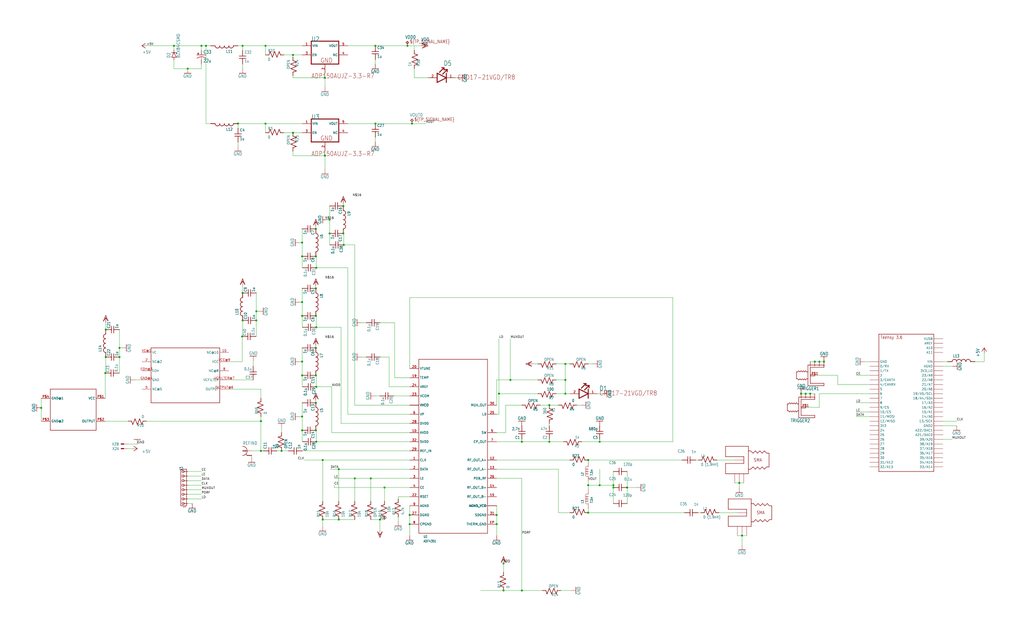
<source format=kicad_sch>
(kicad_sch (version 20231120) (generator "eeschema") (generator_version "8.0")
  (paper "User" 568.223 350.723)
  (junction (at 175.514 148.59))
  (junction (at 190.5 129.54))
  (junction (at 208.28 25.4))
  (junction (at 104.14 38.1))
  (junction (at 187.96 288.29))
  (junction (at 179.07 255.27))
  (junction (at 134.366 186.69))
  (junction (at 167.64 175.26))
  (junction (at 190.754 135.89))
  (junction (at 449.58 218.44))
  (junction (at 175.26 238.76))
  (junction (at 411.734 297.18))
  (junction (at 228.6 68.58))
  (junction (at 58.674 182.88))
  (junction (at 227.33 285.75))
  (junction (at 410.21 267.97))
  (junction (at 457.2 200.66))
  (junction (at 144.78 250.19))
  (junction (at 22.86 226.314))
  (junction (at 167.64 208.28))
  (junction (at 142.24 177.8))
  (junction (at 58.42 207.01))
  (junction (at 208.28 68.58))
  (junction (at 175.26 175.26))
  (junction (at 452.12 200.66))
  (junction (at 275.59 285.75))
  (junction (at 454.66 200.66))
  (junction (at 180.34 43.18))
  (junction (at 227.33 290.83))
  (junction (at 175.26 127))
  (junction (at 289.56 245.11))
  (junction (at 289.56 327.66))
  (junction (at 175.514 214.63))
  (junction (at 114.3 25.4))
  (junction (at 132.08 68.58))
  (junction (at 162.56 73.66))
  (junction (at 147.32 68.58))
  (junction (at 444.5 218.44))
  (junction (at 326.39 269.24))
  (junction (at 187.96 260.35))
  (junction (at 205.74 265.43))
  (junction (at 167.64 142.24))
  (junction (at 332.74 269.24))
  (junction (at 144.78 233.68))
  (junction (at 175.26 142.24))
  (junction (at 304.8 245.11))
  (junction (at 175.26 193.04))
  (junction (at 226.06 25.4))
  (junction (at 175.26 160.02))
  (junction (at 58.674 198.12))
  (junction (at 332.74 245.11))
  (junction (at 313.69 201.93))
  (junction (at 162.56 30.48))
  (junction (at 279.4 327.66))
  (junction (at 167.64 134.62))
  (junction (at 167.64 238.76))
  (junction (at 347.98 270.51))
  (junction (at 96.52 25.4))
  (junction (at 66.294 193.04))
  (junction (at 182.88 129.54))
  (junction (at 447.04 218.44))
  (junction (at 313.69 218.44))
  (junction (at 111.76 25.4))
  (junction (at 134.62 25.4))
  (junction (at 167.64 200.66))
  (junction (at 142.24 172.72))
  (junction (at 340.36 270.51))
  (junction (at 213.36 270.51))
  (junction (at 190.5 114.3))
  (junction (at 196.85 265.43))
  (junction (at 182.88 121.92))
  (junction (at 175.514 181.61))
  (junction (at 210.82 288.29))
  (junction (at 275.59 290.83))
  (junction (at 167.64 231.14))
  (junction (at 313.69 210.82))
  (junction (at 304.8 224.79))
  (junction (at 66.294 198.12))
  (junction (at 326.39 255.27))
  (junction (at 326.39 284.48))
  (junction (at 175.26 208.28))
  (junction (at 340.36 269.24))
  (junction (at 279.4 312.674))
  (junction (at 180.34 86.36))
  (junction (at 147.32 25.4))
  (junction (at 175.26 223.52))
  (junction (at 134.62 162.56))
  (junction (at 283.21 210.82))
  (junction (at 156.21 250.19))
  (junction (at 134.62 177.8))
  (junction (at 175.514 245.11))
  (junction (at 179.07 288.29))
  (junction (at 167.64 167.64))
  (junction (at 276.86 218.44))
  (wire (pts (xy 304.8 243.84) (xy 304.8 245.11)) (stroke (width 0.1524)))
  (wire (pts (xy 280.67 240.03) (xy 280.67 224.79)) (stroke (width 0.1524)))
  (wire (pts (xy 308.61 210.82) (xy 313.69 210.82)) (stroke (width 0.1524)))
  (wire (pts (xy 523.24 236.22) (xy 530.86 236.22)) (stroke (width 0.1524)))
  (wire (pts (xy 190.5 112.776) (xy 190.5 114.3)) (stroke (width 0.1524)))
  (wire (pts (xy 157.48 30.48) (xy 162.56 30.48)) (stroke (width 0.1524)))
  (wire (pts (xy 142.24 162.56) (xy 142.24 172.72)) (stroke (width 0.1524)))
  (wire (pts (xy 213.36 278.13) (xy 213.36 270.51)) (stroke (width 0.1524)))
  (wire (pts (xy 228.6 68.58) (xy 236.22 68.58)) (stroke (width 0.1524)))
  (wire (pts (xy 167.64 193.04) (xy 167.64 200.66)) (stroke (width 0.1524)))
  (wire (pts (xy 181.61 121.92) (xy 182.88 121.92)) (stroke (width 0.1524)))
  (wire (pts (xy 147.32 25.4) (xy 167.64 25.4)) (stroke (width 0.1524)))
  (wire (pts (xy 175.514 148.59) (xy 193.04 148.59)) (stroke (width 0.1524)))
  (wire (pts (xy 275.59 210.82) (xy 283.21 210.82)) (stroke (width 0.1524)))
  (wire (pts (xy 464.82 208.28) (xy 464.82 213.36)) (stroke (width 0.1524)))
  (wire (pts (xy 111.76 25.4) (xy 96.52 25.4)) (stroke (width 0.1524)))
  (wire (pts (xy 196.85 278.13) (xy 196.85 265.43)) (stroke (width 0.1524)))
  (wire (pts (xy 298.45 201.93) (xy 295.656 201.93)) (stroke (width 0.1524)))
  (wire (pts (xy 134.62 158.496) (xy 134.62 162.56)) (stroke (width 0.1524)))
  (wire (pts (xy 134.366 200.66) (xy 127 200.66)) (stroke (width 0.1524)))
  (wire (pts (xy 142.24 177.8) (xy 142.24 186.69)) (stroke (width 0.1524)))
  (wire (pts (xy 373.38 165.1) (xy 373.38 245.11)) (stroke (width 0.1524)))
  (wire (pts (xy 167.64 160.02) (xy 167.64 167.64)) (stroke (width 0.1524)))
  (wire (pts (xy 175.26 142.24) (xy 175.514 142.24)) (stroke (width 0.1524)))
  (wire (pts (xy 189.23 181.61) (xy 189.23 234.95)) (stroke (width 0.1524)))
  (wire (pts (xy 275.59 255.27) (xy 316.23 255.27)) (stroke (width 0.1524)))
  (wire (pts (xy 153.67 250.19) (xy 156.21 250.19)) (stroke (width 0.1524)))
  (wire (pts (xy 320.04 224.79) (xy 322.58 224.79)) (stroke (width 0.1524)))
  (wire (pts (xy 322.834 245.11) (xy 332.74 245.11)) (stroke (width 0.1524)))
  (wire (pts (xy 546.1 200.66) (xy 546.1 195.58)) (stroke (width 0.1524)))
  (wire (pts (xy 175.514 238.76) (xy 175.514 245.11)) (stroke (width 0.1524)))
  (wire (pts (xy 283.21 210.82) (xy 298.45 210.82)) (stroke (width 0.1524)))
  (wire (pts (xy 140.462 203.2) (xy 140.462 200.152)) (stroke (width 0.1524)))
  (wire (pts (xy 193.04 148.59) (xy 193.04 229.87)) (stroke (width 0.1524)))
  (wire (pts (xy 193.04 68.58) (xy 208.28 68.58)) (stroke (width 0.1524)))
  (wire (pts (xy 134.62 177.8) (xy 134.62 186.69)) (stroke (width 0.1524)))
  (wire (pts (xy 309.88 260.35) (xy 309.88 284.48)) (stroke (width 0.1524)))
  (wire (pts (xy 227.33 204.47) (xy 227.33 165.1)) (stroke (width 0.1524)))
  (wire (pts (xy 111.76 25.4) (xy 111.76 27.94)) (stroke (width 0.1524)))
  (wire (pts (xy 196.85 135.89) (xy 196.85 224.79)) (stroke (width 0.1524)))
  (wire (pts (xy 227.33 265.43) (xy 205.74 265.43)) (stroke (width 0.1524)))
  (wire (pts (xy 210.82 288.29) (xy 213.36 288.29)) (stroke (width 0.1524)))
  (wire (pts (xy 449.58 218.44) (xy 452.12 218.44)) (stroke (width 0.1524)))
  (wire (pts (xy 332.74 269.24) (xy 340.36 269.24)) (stroke (width 0.1524)))
  (wire (pts (xy 167.64 175.26) (xy 167.64 181.61)) (stroke (width 0.1524)))
  (wire (pts (xy 189.23 234.95) (xy 227.33 234.95)) (stroke (width 0.1524)))
  (wire (pts (xy 331.47 218.44) (xy 334.264 218.44)) (stroke (width 0.1524)))
  (wire (pts (xy 166.37 231.14) (xy 167.64 231.14)) (stroke (width 0.1524)))
  (wire (pts (xy 175.26 175.26) (xy 175.514 175.26)) (stroke (width 0.1524)))
  (wire (pts (xy 313.69 218.44) (xy 316.23 218.44)) (stroke (width 0.1524)))
  (wire (pts (xy 279.4 317.5) (xy 279.4 312.674)) (stroke (width 0.1524)))
  (wire (pts (xy 275.59 224.79) (xy 275.59 210.82)) (stroke (width 0.1524)))
  (wire (pts (xy 143.51 172.72) (xy 142.24 172.72)) (stroke (width 0.1524)))
  (wire (pts (xy 386.08 255.27) (xy 387.604 255.27)) (stroke (width 0.1524)))
  (wire (pts (xy 147.32 68.58) (xy 167.64 68.58)) (stroke (width 0.1524)))
  (wire (pts (xy 482.6 200.66) (xy 479.806 200.66)) (stroke (width 0.1524)))
  (wire (pts (xy 106.68 279.4) (xy 104.14 279.4)) (stroke (width 0.1524)))
  (wire (pts (xy 116.84 25.4) (xy 114.3 25.4)) (stroke (width 0.1524)))
  (wire (pts (xy 96.52 38.1) (xy 104.14 38.1)) (stroke (width 0.1524)))
  (wire (pts (xy 289.56 245.11) (xy 275.59 245.11)) (stroke (width 0.1524)))
  (wire (pts (xy 127 210.82) (xy 140.462 210.82)) (stroke (width 0.1524)))
  (wire (pts (xy 227.33 260.35) (xy 187.96 260.35)) (stroke (width 0.1524)))
  (wire (pts (xy 308.61 218.44) (xy 313.69 218.44)) (stroke (width 0.1524)))
  (wire (pts (xy 66.294 198.12) (xy 66.294 207.01)) (stroke (width 0.1524)))
  (wire (pts (xy 193.04 229.87) (xy 227.33 229.87)) (stroke (width 0.1524)))
  (wire (pts (xy 347.98 270.51) (xy 353.06 270.51)) (stroke (width 0.1524)))
  (wire (pts (xy 180.34 93.98) (xy 180.34 86.36)) (stroke (width 0.1524)))
  (wire (pts (xy 187.96 288.29) (xy 196.85 288.29)) (stroke (width 0.1524)))
  (wire (pts (xy 326.39 255.27) (xy 326.39 256.54)) (stroke (width 0.1524)))
  (wire (pts (xy 182.88 121.92) (xy 182.88 129.54)) (stroke (width 0.1524)))
  (wire (pts (xy 410.21 270.764) (xy 410.21 267.97)) (stroke (width 0.1524)))
  (wire (pts (xy 208.28 25.4) (xy 226.06 25.4)) (stroke (width 0.1524)))
  (wire (pts (xy 22.86 220.98) (xy 22.86 226.314)) (stroke (width 0.1524)))
  (wire (pts (xy 162.56 86.36) (xy 180.34 86.36)) (stroke (width 0.1524)))
  (wire (pts (xy 180.34 43.18) (xy 180.34 40.64)) (stroke (width 0.1524)))
  (wire (pts (xy 187.96 278.13) (xy 187.96 260.35)) (stroke (width 0.1524)))
  (wire (pts (xy 179.07 255.27) (xy 168.91 255.27)) (stroke (width 0.1524)))
  (wire (pts (xy 190.5 129.54) (xy 190.754 129.54)) (stroke (width 0.1524)))
  (wire (pts (xy 227.33 255.27) (xy 179.07 255.27)) (stroke (width 0.1524)))
  (wire (pts (xy 179.07 292.1) (xy 179.07 288.29)) (stroke (width 0.1524)))
  (wire (pts (xy 311.15 327.66) (xy 316.992 327.66)) (stroke (width 0.1524)))
  (wire (pts (xy 340.36 261.62) (xy 340.36 269.24)) (stroke (width 0.1524)))
  (wire (pts (xy 205.74 288.29) (xy 210.82 288.29)) (stroke (width 0.1524)))
  (wire (pts (xy 279.4 327.66) (xy 266.7 327.66)) (stroke (width 0.1524)))
  (wire (pts (xy 196.85 224.79) (xy 227.33 224.79)) (stroke (width 0.1524)))
  (wire (pts (xy 104.14 274.32) (xy 111.76 274.32)) (stroke (width 0.1524)))
  (wire (pts (xy 175.26 158.496) (xy 175.26 160.02)) (stroke (width 0.1524)))
  (wire (pts (xy 523.24 243.84) (xy 528.32 243.84)) (stroke (width 0.1524)))
  (wire (pts (xy 304.8 224.79) (xy 309.88 224.79)) (stroke (width 0.1524)))
  (wire (pts (xy 454.66 218.44) (xy 482.6 218.44)) (stroke (width 0.1524)))
  (wire (pts (xy 449.58 200.66) (xy 452.12 200.66)) (stroke (width 0.1524)))
  (wire (pts (xy 134.62 186.69) (xy 134.366 186.69)) (stroke (width 0.1524)))
  (wire (pts (xy 276.86 229.87) (xy 276.86 218.44)) (stroke (width 0.1524)))
  (wire (pts (xy 275.59 290.83) (xy 275.59 297.18)) (stroke (width 0.1524)))
  (wire (pts (xy 454.66 226.06) (xy 447.04 226.06)) (stroke (width 0.1524)))
  (wire (pts (xy 210.82 179.07) (xy 218.948 179.07)) (stroke (width 0.1524)))
  (wire (pts (xy 175.514 175.26) (xy 175.514 181.61)) (stroke (width 0.1524)))
  (wire (pts (xy 180.34 48.26) (xy 180.34 43.18)) (stroke (width 0.1524)))
  (wire (pts (xy 309.88 284.48) (xy 316.23 284.48)) (stroke (width 0.1524)))
  (wire (pts (xy 227.33 214.63) (xy 215.9 214.63)) (stroke (width 0.1524)))
  (wire (pts (xy 183.388 260.35) (xy 183.388 260.096)) (stroke (width 0.1524)))
  (wire (pts (xy 326.39 281.94) (xy 326.39 284.48)) (stroke (width 0.1524)))
  (wire (pts (xy 229.87 38.1) (xy 229.87 43.18)) (stroke (width 0.1524)))
  (wire (pts (xy 205.74 278.13) (xy 205.74 265.43)) (stroke (width 0.1524)))
  (wire (pts (xy 304.8 245.11) (xy 289.56 245.11)) (stroke (width 0.1524)))
  (wire (pts (xy 144.78 231.14) (xy 144.78 233.68)) (stroke (width 0.1524)))
  (wire (pts (xy 397.764 255.27) (xy 407.67 255.27)) (stroke (width 0.1524)))
  (wire (pts (xy 215.9 214.63) (xy 215.9 198.12)) (stroke (width 0.1524)))
  (wire (pts (xy 104.14 266.7) (xy 111.76 266.7)) (stroke (width 0.1524)))
  (wire (pts (xy 304.8 234.95) (xy 304.8 236.22)) (stroke (width 0.1524)))
  (wire (pts (xy 167.64 30.48) (xy 162.56 30.48)) (stroke (width 0.1524)))
  (wire (pts (xy 144.78 250.19) (xy 139.7 250.19)) (stroke (width 0.1524)))
  (wire (pts (xy 229.87 25.4) (xy 233.68 25.4)) (stroke (width 0.1524)))
  (wire (pts (xy 289.56 327.66) (xy 279.4 327.66)) (stroke (width 0.1524)))
  (wire (pts (xy 326.39 269.24) (xy 326.39 271.78)) (stroke (width 0.1524)))
  (wire (pts (xy 144.78 215.9) (xy 144.78 220.98)) (stroke (width 0.1524)))
  (wire (pts (xy 167.64 245.11) (xy 167.894 245.11)) (stroke (width 0.1524)))
  (wire (pts (xy 104.14 261.62) (xy 111.76 261.62)) (stroke (width 0.1524)))
  (wire (pts (xy 444.5 218.44) (xy 444.5 218.186)) (stroke (width 0.1524)))
  (wire (pts (xy 457.2 200.66) (xy 457.2 200.406)) (stroke (width 0.1524)))
  (wire (pts (xy 208.28 219.71) (xy 210.82 219.71)) (stroke (width 0.1524)))
  (wire (pts (xy 215.9 198.12) (xy 210.82 198.12)) (stroke (width 0.1524)))
  (wire (pts (xy 142.24 172.72) (xy 142.24 177.8)) (stroke (width 0.1524)))
  (wire (pts (xy 411.734 297.18) (xy 414.274 297.18)) (stroke (width 0.1524)))
  (wire (pts (xy 182.88 114.3) (xy 182.88 121.92)) (stroke (width 0.1524)))
  (wire (pts (xy 167.64 142.24) (xy 167.64 148.59)) (stroke (width 0.1524)))
  (wire (pts (xy 196.85 265.43) (xy 185.42 265.43)) (stroke (width 0.1524)))
  (wire (pts (xy 208.28 35.56) (xy 208.28 33.02)) (stroke (width 0.1524)))
  (wire (pts (xy 347.98 270.51) (xy 347.98 279.4)) (stroke (width 0.1524)))
  (wire (pts (xy 289.56 265.43) (xy 289.56 327.66)) (stroke (width 0.1524)))
  (wire (pts (xy 142.24 186.69) (xy 141.986 186.69)) (stroke (width 0.1524)))
  (wire (pts (xy 166.37 134.62) (xy 167.64 134.62)) (stroke (width 0.1524)))
  (wire (pts (xy 22.86 226.314) (xy 22.86 233.68)) (stroke (width 0.1524)))
  (wire (pts (xy 482.6 223.52) (xy 474.98 223.52)) (stroke (width 0.1524)))
  (wire (pts (xy 179.07 288.29) (xy 187.96 288.29)) (stroke (width 0.1524)))
  (wire (pts (xy 203.2 198.12) (xy 200.66 198.12)) (stroke (width 0.1524)))
  (wire (pts (xy 275.59 280.67) (xy 275.59 285.75)) (stroke (width 0.1524)))
  (wire (pts (xy 162.56 30.48) (xy 162.56 31.75)) (stroke (width 0.1524)))
  (wire (pts (xy 167.64 134.62) (xy 167.64 142.24)) (stroke (width 0.1524)))
  (wire (pts (xy 227.33 165.1) (xy 373.38 165.1)) (stroke (width 0.1524)))
  (wire (pts (xy 227.33 270.51) (xy 213.36 270.51)) (stroke (width 0.1524)))
  (wire (pts (xy 175.26 125.476) (xy 175.26 127)) (stroke (width 0.1524)))
  (wire (pts (xy 175.514 214.63) (xy 184.15 214.63)) (stroke (width 0.1524)))
  (wire (pts (xy 308.61 201.93) (xy 313.69 201.93)) (stroke (width 0.1524)))
  (wire (pts (xy 114.3 68.58) (xy 116.84 68.58)) (stroke (width 0.1524)))
  (wire (pts (xy 175.26 208.28) (xy 175.514 208.28)) (stroke (width 0.1524)))
  (wire (pts (xy 104.14 38.1) (xy 111.76 38.1)) (stroke (width 0.1524)))
  (wire (pts (xy 156.21 250.19) (xy 160.02 250.19)) (stroke (width 0.1524)))
  (wire (pts (xy 190.754 129.54) (xy 190.754 135.89)) (stroke (width 0.1524)))
  (wire (pts (xy 167.64 208.28) (xy 167.64 214.63)) (stroke (width 0.1524)))
  (wire (pts (xy 523.24 200.66) (xy 525.78 200.66)) (stroke (width 0.1524)))
  (wire (pts (xy 167.64 127) (xy 167.64 134.62)) (stroke (width 0.1524)))
  (wire (pts (xy 289.56 327.66) (xy 300.99 327.66)) (stroke (width 0.1524)))
  (wire (pts (xy 313.69 201.93) (xy 316.23 201.93)) (stroke (width 0.1524)))
  (wire (pts (xy 58.42 233.68) (xy 71.12 233.68)) (stroke (width 0.1524)))
  (wire (pts (xy 454.66 218.44) (xy 454.66 226.06)) (stroke (width 0.1524)))
  (wire (pts (xy 275.59 240.03) (xy 280.67 240.03)) (stroke (width 0.1524)))
  (wire (pts (xy 182.88 129.54) (xy 182.88 135.89)) (stroke (width 0.1524)))
  (wire (pts (xy 96.52 33.02) (xy 96.52 38.1)) (stroke (width 0.1524)))
  (wire (pts (xy 162.56 43.18) (xy 180.34 43.18)) (stroke (width 0.1524)))
  (wire (pts (xy 326.39 255.27) (xy 378.46 255.27)) (stroke (width 0.1524)))
  (wire (pts (xy 185.42 270.51) (xy 185.42 269.24)) (stroke (width 0.1524)))
  (wire (pts (xy 167.64 167.64) (xy 167.64 175.26)) (stroke (width 0.1524)))
  (wire (pts (xy 179.07 278.13) (xy 179.07 255.27)) (stroke (width 0.1524)))
  (wire (pts (xy 340.36 270.51) (xy 340.36 279.4)) (stroke (width 0.1524)))
  (wire (pts (xy 114.3 25.4) (xy 111.76 25.4)) (stroke (width 0.1524)))
  (wire (pts (xy 482.6 231.14) (xy 474.98 231.14)) (stroke (width 0.1524)))
  (wire (pts (xy 190.754 135.89) (xy 196.85 135.89)) (stroke (width 0.1524)))
  (wire (pts (xy 340.36 269.24) (xy 340.36 270.51)) (stroke (width 0.1524)))
  (wire (pts (xy 213.36 270.51) (xy 185.42 270.51)) (stroke (width 0.1524)))
  (wire (pts (xy 167.64 73.66) (xy 162.56 73.66)) (stroke (width 0.1524)))
  (wire (pts (xy 347.98 261.62) (xy 347.98 270.51)) (stroke (width 0.1524)))
  (wire (pts (xy 229.87 43.18) (xy 237.49 43.18)) (stroke (width 0.1524)))
  (wire (pts (xy 175.26 221.996) (xy 175.26 223.52)) (stroke (width 0.1524)))
  (wire (pts (xy 167.64 181.61) (xy 167.894 181.61)) (stroke (width 0.1524)))
  (wire (pts (xy 74.93 210.82) (xy 78.74 210.82)) (stroke (width 0.1524)))
  (wire (pts (xy 452.12 208.28) (xy 464.82 208.28)) (stroke (width 0.1524)))
  (wire (pts (xy 134.62 38.1) (xy 134.62 35.56)) (stroke (width 0.1524)))
  (wire (pts (xy 218.44 219.71) (xy 227.33 219.71)) (stroke (width 0.1524)))
  (wire (pts (xy 276.86 218.44) (xy 276.86 187.96)) (stroke (width 0.1524)))
  (wire (pts (xy 283.21 210.82) (xy 283.21 187.96)) (stroke (width 0.1524)))
  (wire (pts (xy 541.02 200.66) (xy 546.1 200.66)) (stroke (width 0.1524)))
  (wire (pts (xy 167.64 148.59) (xy 167.894 148.59)) (stroke (width 0.1524)))
  (wire (pts (xy 187.96 260.35) (xy 183.388 260.35)) (stroke (width 0.1524)))
  (wire (pts (xy 229.87 27.94) (xy 229.87 25.4)) (stroke (width 0.1524)))
  (wire (pts (xy 134.62 25.4) (xy 147.32 25.4)) (stroke (width 0.1524)))
  (wire (pts (xy 104.14 264.16) (xy 111.76 264.16)) (stroke (width 0.1524)))
  (wire (pts (xy 144.78 233.68) (xy 144.78 250.19)) (stroke (width 0.1524)))
  (wire (pts (xy 162.56 83.82) (xy 162.56 86.36)) (stroke (width 0.1524)))
  (wire (pts (xy 227.33 280.67) (xy 227.33 285.75)) (stroke (width 0.1524)))
  (wire (pts (xy 81.28 233.68) (xy 144.78 233.68)) (stroke (width 0.1524)))
  (wire (pts (xy 167.64 238.76) (xy 167.64 245.11)) (stroke (width 0.1524)))
  (wire (pts (xy 175.26 238.76) (xy 175.514 238.76)) (stroke (width 0.1524)))
  (wire (pts (xy 275.59 260.35) (xy 309.88 260.35)) (stroke (width 0.1524)))
  (wire (pts (xy 180.34 86.36) (xy 180.34 83.82)) (stroke (width 0.1524)))
  (wire (pts (xy 407.67 267.97) (xy 410.21 267.97)) (stroke (width 0.1524)))
  (wire (pts (xy 58.674 207.01) (xy 58.42 207.01)) (stroke (width 0.1524)))
  (wire (pts (xy 184.15 214.63) (xy 184.15 240.03)) (stroke (width 0.1524)))
  (wire (pts (xy 410.21 267.97) (xy 412.75 267.97)) (stroke (width 0.1524)))
  (wire (pts (xy 280.67 224.79) (xy 289.56 224.79)) (stroke (width 0.1524)))
  (wire (pts (xy 482.6 208.28) (xy 474.98 208.28)) (stroke (width 0.1524)))
  (wire (pts (xy 66.294 207.01) (xy 66.04 207.01)) (stroke (width 0.1524)))
  (wire (pts (xy 96.52 25.4) (xy 96.52 27.94)) (stroke (width 0.1524)))
  (wire (pts (xy 114.3 25.4) (xy 114.3 68.58)) (stroke (width 0.1524)))
  (wire (pts (xy 175.26 191.516) (xy 175.26 193.04)) (stroke (width 0.1524)))
  (wire (pts (xy 175.514 245.11) (xy 227.33 245.11)) (stroke (width 0.1524)))
  (wire (pts (xy 289.56 243.84) (xy 289.56 245.11)) (stroke (width 0.1524)))
  (wire (pts (xy 220.98 275.59) (xy 220.98 276.86)) (stroke (width 0.1524)))
  (wire (pts (xy 226.06 25.4) (xy 229.87 25.4)) (stroke (width 0.1524)))
  (wire (pts (xy 304.8 245.11) (xy 312.674 245.11)) (stroke (width 0.1524)))
  (wire (pts (xy 328.93 201.93) (xy 326.39 201.93)) (stroke (width 0.1524)))
  (wire (pts (xy 227.33 290.83) (xy 227.33 297.18)) (stroke (width 0.1524)))
  (wire (pts (xy 132.08 81.28) (xy 132.08 78.74)) (stroke (width 0.1524)))
  (wire (pts (xy 166.37 200.66) (xy 167.64 200.66)) (stroke (width 0.1524)))
  (wire (pts (xy 452.12 200.66) (xy 454.66 200.66)) (stroke (width 0.1524)))
  (wire (pts (xy 227.33 275.59) (xy 220.98 275.59)) (stroke (width 0.1524)))
  (wire (pts (xy 58.42 207.01) (xy 58.42 220.98)) (stroke (width 0.1524)))
  (wire (pts (xy 326.39 269.24) (xy 332.74 269.24)) (stroke (width 0.1524)))
  (wire (pts (xy 313.69 218.44) (xy 313.69 210.82)) (stroke (width 0.1524)))
  (wire (pts (xy 208.28 78.74) (xy 208.28 76.2)) (stroke (width 0.1524)))
  (wire (pts (xy 482.6 228.6) (xy 474.98 228.6)) (stroke (width 0.1524)))
  (wire (pts (xy 132.08 25.4) (xy 134.62 25.4)) (stroke (width 0.1524)))
  (wire (pts (xy 167.64 214.63) (xy 167.894 214.63)) (stroke (width 0.1524)))
  (wire (pts (xy 409.194 297.18) (xy 411.734 297.18)) (stroke (width 0.1524)))
  (wire (pts (xy 299.72 224.79) (xy 304.8 224.79)) (stroke (width 0.1524)))
  (wire (pts (xy 227.33 285.75) (xy 227.33 290.83)) (stroke (width 0.1524)))
  (wire (pts (xy 132.08 68.58) (xy 147.32 68.58)) (stroke (width 0.1524)))
  (wire (pts (xy 175.514 181.61) (xy 189.23 181.61)) (stroke (width 0.1524)))
  (wire (pts (xy 523.24 203.2) (xy 528.574 203.2)) (stroke (width 0.1524)))
  (wire (pts (xy 58.674 178.816) (xy 58.674 182.88)) (stroke (width 0.1524)))
  (wire (pts (xy 220.98 287.02) (xy 220.98 289.306)) (stroke (width 0.1524)))
  (wire (pts (xy 326.39 266.7) (xy 326.39 269.24)) (stroke (width 0.1524)))
  (wire (pts (xy 279.4 312.674) (xy 279.4 312.42)) (stroke (width 0.1524)))
  (wire (pts (xy 134.366 186.69) (xy 134.366 200.66)) (stroke (width 0.1524)))
  (wire (pts (xy 58.674 198.12) (xy 58.674 207.01)) (stroke (width 0.1524)))
  (wire (pts (xy 127 215.9) (xy 144.78 215.9)) (stroke (width 0.1524)))
  (wire (pts (xy 147.32 68.58) (xy 147.32 73.66)) (stroke (width 0.1524)))
  (wire (pts (xy 313.69 210.82) (xy 313.69 201.93)) (stroke (width 0.1524)))
  (wire (pts (xy 210.82 294.386) (xy 210.82 288.29)) (stroke (width 0.1524)))
  (wire (pts (xy 147.32 25.4) (xy 147.32 30.48)) (stroke (width 0.1524)))
  (wire (pts (xy 66.294 193.04) (xy 66.294 198.12)) (stroke (width 0.1524)))
  (wire (pts (xy 175.514 208.28) (xy 175.514 214.63)) (stroke (width 0.1524)))
  (wire (pts (xy 252.73 43.18) (xy 254 43.18)) (stroke (width 0.1524)))
  (wire (pts (xy 411.734 302.514) (xy 411.734 297.18)) (stroke (width 0.1524)))
  (wire (pts (xy 218.948 179.07) (xy 218.948 209.55)) (stroke (width 0.1524)))
  (wire (pts (xy 276.86 218.44) (xy 298.45 218.44)) (stroke (width 0.1524)))
  (wire (pts (xy 167.64 250.19) (xy 227.33 250.19)) (stroke (width 0.1524)))
  (wire (pts (xy 482.6 213.36) (xy 464.82 213.36)) (stroke (width 0.1524)))
  (wire (pts (xy 76.2 246.38) (xy 71.12 246.38)) (stroke (width 0.1524)))
  (wire (pts (xy 275.59 265.43) (xy 289.56 265.43)) (stroke (width 0.1524)))
  (wire (pts (xy 167.64 200.66) (xy 167.64 208.28)) (stroke (width 0.1524)))
  (wire (pts (xy 96.52 25.4) (xy 81.28 25.4)) (stroke (width 0.1524)))
  (wire (pts (xy 447.04 218.44) (xy 449.58 218.44)) (stroke (width 0.1524)))
  (wire (pts (xy 444.5 218.44) (xy 447.04 218.44)) (stroke (width 0.1524)))
  (wire (pts (xy 454.66 200.66) (xy 457.2 200.66)) (stroke (width 0.1524)))
  (wire (pts (xy 66.294 182.88) (xy 66.294 193.04)) (stroke (width 0.1524)))
  (wire (pts (xy 139.7 254) (xy 139.7 252.73)) (stroke (width 0.1524)))
  (wire (pts (xy 205.74 265.43) (xy 196.85 265.43)) (stroke (width 0.1524)))
  (wire (pts (xy 326.39 284.48) (xy 379.73 284.48)) (stroke (width 0.1524)))
  (wire (pts (xy 175.514 142.24) (xy 175.514 148.59)) (stroke (width 0.1524)))
  (wire (pts (xy 228.6 68.58) (xy 208.28 68.58)) (stroke (width 0.1524)))
  (wire (pts (xy 184.15 240.03) (xy 227.33 240.03)) (stroke (width 0.1524)))
  (wire (pts (xy 193.04 25.4) (xy 208.28 25.4)) (stroke (width 0.1524)))
  (wire (pts (xy 218.948 209.55) (xy 227.33 209.55)) (stroke (width 0.1524)))
  (wire (pts (xy 332.74 260.35) (xy 332.74 269.24)) (stroke (width 0.1524)))
  (wire (pts (xy 156.21 237.49) (xy 156.21 240.03)) (stroke (width 0.1524)))
  (wire (pts (xy 111.76 38.1) (xy 111.76 35.56)) (stroke (width 0.1524)))
  (wire (pts (xy 399.034 284.48) (xy 409.194 284.48)) (stroke (width 0.1524)))
  (wire (pts (xy 144.78 250.19) (xy 146.05 250.19)) (stroke (width 0.1524)))
  (wire (pts (xy 523.24 233.68) (xy 530.86 233.68)) (stroke (width 0.1524)))
  (wire (pts (xy 200.66 179.07) (xy 203.2 179.07)) (stroke (width 0.1524)))
  (wire (pts (xy 166.37 167.64) (xy 167.64 167.64)) (stroke (width 0.1524)))
  (wire (pts (xy 104.14 276.86) (xy 111.76 276.86)) (stroke (width 0.1524)))
  (wire (pts (xy 104.14 269.24) (xy 111.76 269.24)) (stroke (width 0.1524)))
  (wire (pts (xy 132.08 71.12) (xy 132.08 68.58)) (stroke (width 0.1524)))
  (wire (pts (xy 167.64 223.52) (xy 167.64 231.14)) (stroke (width 0.1524)))
  (wire (pts (xy 332.74 245.11) (xy 373.38 245.11)) (stroke (width 0.1524)))
  (wire (pts (xy 387.35 284.48) (xy 388.874 284.48)) (stroke (width 0.1524)))
  (wire (pts (xy 167.64 231.14) (xy 167.64 238.76)) (stroke (width 0.1524)))
  (wire (pts (xy 162.56 41.91) (xy 162.56 43.18)) (stroke (width 0.1524)))
  (wire (pts (xy 134.62 27.94) (xy 134.62 25.4)) (stroke (width 0.1524)))
  (wire (pts (xy 332.74 243.84) (xy 332.74 245.11)) (stroke (width 0.1524)))
  (wire (pts (xy 157.48 73.66) (xy 162.56 73.66)) (stroke (width 0.1524)))
  (wire (pts (xy 104.14 271.78) (xy 111.76 271.78)) (stroke (width 0.1524)))
  (wire (pts (xy 275.59 285.75) (xy 275.59 290.83)) (stroke (width 0.1524)))
  (wire (pts (xy 182.88 135.89) (xy 183.134 135.89)) (stroke (width 0.1524)))
  (wire (pts (xy 73.66 248.92) (xy 71.12 248.92)) (stroke (width 0.1524)))
  (wire (pts (xy 67.564 193.04) (xy 66.294 193.04)) (stroke (width 0.1524)))
  (wire (pts (xy 275.59 229.87) (xy 276.86 229.87)) (stroke (width 0.1524)))
  (label "CE" (at 474.98 208.28 0) (effects (font (size 1.2446 1.2446))))
  (label "+5V" (at 81.28 25.4 0) (effects (font (size 1.2446 1.2446))))
  (label "LE" (at 185.42 265.43 0) (effects (font (size 1.2446 1.2446))))
  (label "VDD" (at 279.4 312.42 0) (effects (font (size 1.2446 1.2446))))
  (label "AVDD" (at 184.15 214.63 0) (effects (font (size 1.2446 1.2446))))
  (label "MUXOUT" (at 528.32 243.84 0) (effects (font (size 1.2446 1.2446))))
  (label "CLK" (at 168.91 255.27 180) (effects (font (size 1.2446 1.2446))))
  (label "N$16" (at 180.34 187.96 0) (effects (font (size 1.2446 1.2446))))
  (label "LE" (at 111.76 264.16 0) (effects (font (size 1.2446 1.2446))))
  (label "LD" (at 474.98 223.52 0) (effects (font (size 1.2446 1.2446))))
  (label "PDRF" (at 289.56 296.545 0) (effects (font (size 1.2446 1.2446))))
  (label "VDD" (at 233.68 25.4 0) (effects (font (size 1.2446 1.2446))))
  (label "LD" (at 111.76 276.86 0) (effects (font (size 1.2446 1.2446))))
  (label "DATA" (at 111.76 266.7 0) (effects (font (size 1.2446 1.2446))))
  (label "PDRF" (at 111.76 274.32 0) (effects (font (size 1.2446 1.2446))))
  (label "MUXOUT" (at 111.76 271.78 0) (effects (font (size 1.2446 1.2446))))
  (label "CLK" (at 111.76 269.24 0) (effects (font (size 1.2446 1.2446))))
  (label "N$16" (at 180.34 154.94 0) (effects (font (size 1.2446 1.2446))))
  (label "MUXOUT" (at 283.21 187.96 0) (effects (font (size 1.2446 1.2446))))
  (label "VDD" (at 210.82 288.29 0) (effects (font (size 1.2446 1.2446))))
  (label "CLK" (at 530.86 233.68 0) (effects (font (size 1.2446 1.2446))))
  (label "CE" (at 185.42 269.24 0) (effects (font (size 1.2446 1.2446))))
  (label "CE" (at 111.76 261.62 0) (effects (font (size 1.2446 1.2446))))
  (label "VOUT" (at 236.22 68.58 0) (effects (font (size 1.2446 1.2446))))
  (label "VOUT" (at 326.39 266.7 0) (effects (font (size 1.2446 1.2446))))
  (label "LD" (at 276.86 187.96 0) (effects (font (size 1.2446 1.2446))))
  (label "N$16" (at 180.34 121.92 0) (effects (font (size 1.2446 1.2446))))
  (label "N$16" (at 195.58 109.22 0) (effects (font (size 1.2446 1.2446))))
  (label "DATA" (at 474.98 231.14 0) (effects (font (size 1.2446 1.2446))))
  (label "DATA" (at 183.388 260.096 0) (effects (font (size 1.2446 1.2446))))
  (label "LE" (at 474.98 228.6 0) (effects (font (size 1.2446 1.2446))))
  (label "GND" (at 76.2 246.38 0) (effects (font (size 1.2446 1.2446))))
  (symbol (lib_id "ADF4351_Teensy-eagle-import:TPB1,27") (at 226.06 22.86 0) (unit 1)
    (property "Reference" "VDD0" (at 224.79 21.59 0) (effects (font (size 1.778 1.5113)) (justify left bottom)))
    (property "Value" "TPB1,27" (effects (hide yes)))
    (property "Footprint" "ADF4351_Teensy:B1,27" (effects (hide yes)))
  )
  (symbol (lib_id "ADF4351_Teensy-eagle-import:535L250X2GT5") (at 101.6 208.28 0) (unit 1)
    (property "Reference" "UNK535L250X2GT5" (effects (hide yes)))
    (property "Value" "535L250X2GT5" (effects (hide yes)))
    (property "Footprint" "ADF4351_Teensy:535L250X2GT5" (effects (hide yes)))
  )
  (symbol (lib_id "ADF4351_Teensy-eagle-import:L_FERRITE_SMDLFERRITE_0603") (at 175.26 231.14 270) (unit 1)
    (property "Reference" "L5" (at 177.57 226.44 0) (effects (font (size 1.524 1.2954)) (justify left bottom)))
    (property "Value" "L_FERRITE_SMDLFERRITE_0603" (effects (hide yes)))
    (property "Footprint" "ADF4351_Teensy:L_FERRITE_0603" (effects (hide yes)))
    (property "DIGIKEY_PART_NUMBER" "490-17350-1-ND" (effects (hide yes)))
    (property "PART_NUMBER" "BLM18KG102SZ1D" (effects (hide yes)))
  )
  (symbol (lib_id "ADF4351_Teensy-eagle-import:R_SMDR0402") (at 321.31 255.27 0) (unit 1)
    (property "Reference" "R23" (at 317.5 253.7714 0) (effects (font (size 1.524 1.2954)) (justify left bottom)))
    (property "Value" "0" (at 317.5 258.572 0) (effects (font (size 1.524 1.2954)) (justify left bottom)))
    (property "Footprint" "ADF4351_Teensy:R_0402" (effects (hide yes)))
    (property "DIGIKEY_PART_NUMBER" "541-1887-1-ND" (effects (hide yes)))
    (property "PART_NUMBER" "RCG04020000Z0ED" (effects (hide yes)))
  )
  (symbol (lib_id "ADF4351_Teensy-eagle-import:R_SMDR0603") (at 162.56 36.83 270) (unit 1)
    (property "Reference" "R24" (at 164.0586 33.02 0) (effects (font (size 1.524 1.2954)) (justify left bottom)))
    (property "Value" "OPEN" (at 159.258 33.02 0) (effects (font (size 1.524 1.2954)) (justify left bottom)))
    (property "Footprint" "ADF4351_Teensy:R_0603" (effects (hide yes)))
  )
  (symbol (lib_id "ADF4351_Teensy-eagle-import:C_MLCC_SMDCMLCC_0306") (at 172.72 208.28 270) (unit 1)
    (property "Reference" "C15" (at 172.7835 208.8515 0) (effects (font (size 1.524 1.2954)) (justify left bottom)))
    (property "Value" "1u" (at 168.3385 208.8515 0) (effects (font (size 1.524 1.2954)) (justify left bottom)))
    (property "Footprint" "ADF4351_Teensy:C_MLCC_0306" (effects (hide yes)))
    (property "DIGIKEY_PART_NUMBER" "445-13750-1-ND" (effects (hide yes)))
    (property "PART_NUMBER" "C0816X5R1C105M050AC" (effects (hide yes)))
  )
  (symbol (lib_id "ADF4351_Teensy-eagle-import:GND") (at 256.54 43.18 90) (unit 1)
    (property "Reference" "#GND37" (effects (hide yes)))
    (property "Value" "GND" (at 259.08 45.72 0) (effects (font (size 1.778 1.5113)) (justify left bottom)))
  )
  (symbol (lib_id "ADF4351_Teensy-eagle-import:VISUAL_COMMUNICATIONS_CMD17-21VGD-TR8VISUAL_COMMUNICATIONS_CMD17-21VGD-TR8_0_0") (at 240.03 33.02 0) (unit 1)
    (property "Reference" "D5" (at 246.126 33.782 0) (effects (font (size 2.54 2.159)) (justify left top)))
    (property "Value" "VISUAL_COMMUNICATIONS_CMD17-21VGD-TR8VISUAL_COMMUNICATIONS_CMD17-21VGD-TR8_0_0" (effects (hide yes)))
    (property "Footprint" "ADF4351_Teensy:VISUAL_COMMUNICATIONS_CMD17-21VGD-TR8_0" (effects (hide yes)))
    (property "DIGIKEY_PART_NUMBER" "L62501CT-ND" (effects (hide yes)))
    (property "MFG_PACKAGE_IDENT" "CMD17-21VRD/TR8" (effects (hide yes)))
    (property "MPN" "CMD17-21VRD/TR8" (effects (hide yes)))
  )
  (symbol (lib_id "ADF4351_Teensy-eagle-import:GND") (at 104.14 40.64 0) (unit 1)
    (property "Reference" "#GND30" (effects (hide yes)))
    (property "Value" "GND" (at 101.6 43.18 0) (effects (font (size 1.778 1.5113)) (justify left bottom)))
  )
  (symbol (lib_id "ADF4351_Teensy-eagle-import:GND") (at 198.12 198.12 270) (unit 1)
    (property "Reference" "#GND15" (effects (hide yes)))
    (property "Value" "GND" (at 195.58 195.58 0) (effects (font (size 1.778 1.5113)) (justify left bottom)))
  )
  (symbol (lib_id "ADF4351_Teensy-eagle-import:R_SMDR0603") (at 317.754 245.11 180) (unit 1)
    (property "Reference" "R2" (at 321.564 246.6086 0) (effects (font (size 1.524 1.2954)) (justify left bottom)))
    (property "Value" "1k" (at 321.564 241.808 0) (effects (font (size 1.524 1.2954)) (justify left bottom)))
    (property "Footprint" "ADF4351_Teensy:R_0603" (effects (hide yes)))
    (property "DIGIKEY_PART_NUMBER" "P1.0KDBCT-ND" (effects (hide yes)))
    (property "PART_NUMBER" "ERA-3AEB102V" (effects (hide yes)))
  )
  (symbol (lib_id "ADF4351_Teensy-eagle-import:VDD") (at 293.116 201.93 90) (unit 1)
    (property "Reference" "#VDD9" (effects (hide yes)))
    (property "Value" "VDD" (effects (hide yes)))
  )
  (symbol (lib_id "ADF4351_Teensy-eagle-import:R_SMDR0603") (at 303.53 210.82 180) (unit 1)
    (property "Reference" "R8" (at 307.34 212.3186 0) (effects (font (size 1.524 1.2954)) (justify left bottom)))
    (property "Value" "OPEN" (at 307.34 207.518 0) (effects (font (size 1.524 1.2954)) (justify left bottom)))
    (property "Footprint" "ADF4351_Teensy:R_0603" (effects (hide yes)))
  )
  (symbol (lib_id "ADF4351_Teensy-eagle-import:R_SMDR0603") (at 303.53 201.93 180) (unit 1)
    (property "Reference" "R11" (at 307.34 203.4286 0) (effects (font (size 1.524 1.2954)) (justify left bottom)))
    (property "Value" "OPEN" (at 307.34 198.628 0) (effects (font (size 1.524 1.2954)) (justify left bottom)))
    (property "Footprint" "ADF4351_Teensy:R_0603" (effects (hide yes)))
  )
  (symbol (lib_id "ADF4351_Teensy-eagle-import:GND") (at 477.266 200.66 270) (unit 1)
    (property "Reference" "#GND25" (effects (hide yes)))
    (property "Value" "GND" (at 474.726 198.12 0) (effects (font (size 1.778 1.5113)) (justify left bottom)))
  )
  (symbol (lib_id "ADF4351_Teensy-eagle-import:L_FERRITE_SMDLFERRITE_0603") (at 175.26 134.62 270) (unit 1)
    (property "Reference" "L6" (at 177.57 129.92 0) (effects (font (size 1.524 1.2954)) (justify left bottom)))
    (property "Value" "L_FERRITE_SMDLFERRITE_0603" (effects (hide yes)))
    (property "Footprint" "ADF4351_Teensy:L_FERRITE_0603" (effects (hide yes)))
    (property "DIGIKEY_PART_NUMBER" "490-17350-1-ND" (effects (hide yes)))
    (property "PART_NUMBER" "BLM18KG102SZ1D" (effects (hide yes)))
  )
  (symbol (lib_id "ADF4351_Teensy-eagle-import:R_SMDR0603") (at 205.74 283.21 90) (unit 1)
    (property "Reference" "R18" (at 204.2414 287.02 0) (effects (font (size 1.524 1.2954)) (justify left bottom)))
    (property "Value" "OPEN" (at 209.042 287.02 0) (effects (font (size 1.524 1.2954)) (justify left bottom)))
    (property "Footprint" "ADF4351_Teensy:R_0603" (effects (hide yes)))
    (property "DIGIKEY_PART_NUMBER" "MCT0603-10.0K-CFCT-ND" (effects (hide yes)))
    (property "PART_NUMBER" "MCT06030C1002FP500" (effects (hide yes)))
  )
  (symbol (lib_id "ADF4351_Teensy-eagle-import:C_MLCC_SMDCMLCC_0204") (at 172.974 148.59 270) (unit 1)
    (property "Reference" "C31" (at 173.2915 148.9075 0) (effects (font (size 1.524 1.2954)) (justify left bottom)))
    (property "Value" "0.1u" (at 168.5925 149.1615 0) (effects (font (size 1.524 1.2954)) (justify left bottom)))
    (property "Footprint" "ADF4351_Teensy:C_MLCC_0204" (effects (hide yes)))
    (property "DIGIKEY_PART_NUMBER" "587-5137-1-ND" (effects (hide yes)))
    (property "PART_NUMBER" "LWK105C7104MP-F" (effects (hide yes)))
  )
  (symbol (lib_id "ADF4351_Teensy-eagle-import:GND") (at 163.83 134.62 270) (unit 1)
    (property "Reference" "#GND10" (effects (hide yes)))
    (property "Value" "GND" (at 161.29 132.08 0) (effects (font (size 1.778 1.5113)) (justify left bottom)))
  )
  (symbol (lib_id "ADF4351_Teensy-eagle-import:GND") (at 134.62 40.64 0) (unit 1)
    (property "Reference" "#GND31" (effects (hide yes)))
    (property "Value" "GND" (at 132.08 43.18 0) (effects (font (size 1.778 1.5113)) (justify left bottom)))
  )
  (symbol (lib_id "ADF4351_Teensy-eagle-import:C_MLCC_SMDCMLCC_0402") (at 342.9 270.51 90) (unit 1)
    (property "Reference" "C25" (at 341.884 264.795 90) (effects (font (size 1.524 1.2954)) (justify left bottom)))
    (property "Value" "0.1u" (at 350.774 265.049 90) (effects (font (size 1.524 1.2954)) (justify left bottom)))
    (property "Footprint" "ADF4351_Teensy:C_MLCC_0402" (effects (hide yes)))
    (property "DIGIKEY_PART_NUMBER" "587-1451-1-ND" (effects (hide yes)))
    (property "PART_NUMBER" "EMK105B7104KV-F" (effects (hide yes)))
  )
  (symbol (lib_id "ADF4351_Teensy-eagle-import:L_FERRITE_SMDLFERRITE_0603") (at 124.46 68.58 180) (unit 1)
    (property "Reference" "L12" (at 129.16 70.89 0) (effects (font (size 1.524 1.2954)) (justify left bottom)))
    (property "Value" "L_FERRITE_SMDLFERRITE_0603" (effects (hide yes)))
    (property "Footprint" "ADF4351_Teensy:L_FERRITE_0603" (effects (hide yes)))
    (property "DIGIKEY_PART_NUMBER" "490-17350-1-ND" (effects (hide yes)))
    (property "PART_NUMBER" "BLM18KG102SZ1D" (effects (hide yes)))
  )
  (symbol (lib_id "ADF4351_Teensy-eagle-import:C_MLCC_SMDCMLCC_0306") (at 172.72 160.02 270) (unit 1)
    (property "Reference" "C5" (at 172.7835 160.5915 0) (effects (font (size 1.524 1.2954)) (justify left bottom)))
    (property "Value" "1u" (at 168.3385 160.5915 0) (effects (font (size 1.524 1.2954)) (justify left bottom)))
    (property "Footprint" "ADF4351_Teensy:C_MLCC_0306" (effects (hide yes)))
    (property "DIGIKEY_PART_NUMBER" "445-13750-1-ND" (effects (hide yes)))
    (property "PART_NUMBER" "C0816X5R1C105M050AC" (effects (hide yes)))
  )
  (symbol (lib_id "ADF4351_Teensy-eagle-import:R_SMDR0402") (at 392.684 255.27 0) (unit 1)
    (property "Reference" "L4" (at 388.874 253.7714 0) (effects (font (size 1.524 1.2954)) (justify left bottom)))
    (property "Value" "0 (1.9nH)" (at 388.874 258.572 0) (effects (font (size 1.524 1.2954)) (justify left bottom)))
    (property "Footprint" "ADF4351_Teensy:R_0402" (effects (hide yes)))
    (property "DIGIKEY_PART_NUMBER" "541-1887-1-ND" (effects (hide yes)))
    (property "PART_NUMBER" "RCG04020000Z0ED" (effects (hide yes)))
  )
  (symbol (lib_id "ADF4351_Teensy-eagle-import:R_SMDR0603") (at 152.4 73.66 0) (unit 1)
    (property "Reference" "R3" (at 148.59 72.1614 0) (effects (font (size 1.524 1.2954)) (justify left bottom)))
    (property "Value" "0" (at 148.59 76.962 0) (effects (font (size 1.524 1.2954)) (justify left bottom)))
    (property "Footprint" "ADF4351_Teensy:R_0603" (effects (hide yes)))
    (property "DIGIKEY_PART_NUMBER" "541-4012-1-ND" (effects (hide yes)))
    (property "PART_NUMBER" "CRCW06030000Z0EAC" (effects (hide yes)))
  )
  (symbol (lib_id "ADF4351_Teensy-eagle-import:R_SMDR0603") (at 187.96 283.21 90) (unit 1)
    (property "Reference" "R16" (at 186.4614 287.02 0) (effects (font (size 1.524 1.2954)) (justify left bottom)))
    (property "Value" "10k" (at 191.262 287.02 0) (effects (font (size 1.524 1.2954)) (justify left bottom)))
    (property "Footprint" "ADF4351_Teensy:R_0603" (effects (hide yes)))
    (property "DIGIKEY_PART_NUMBER" "MCT0603-10.0K-CFCT-ND" (effects (hide yes)))
    (property "PART_NUMBER" "MCT06030C1002FP500" (effects (hide yes)))
  )
  (symbol (lib_id "ADF4351_Teensy-eagle-import:GND") (at 208.28 81.28 0) (unit 1)
    (property "Reference" "#GND34" (effects (hide yes)))
    (property "Value" "GND" (at 205.74 83.82 0) (effects (font (size 1.778 1.5113)) (justify left bottom)))
  )
  (symbol (lib_id "ADF4351_Teensy-eagle-import:C_MLCC_SMDCMLCC_0306") (at 137.16 162.56 90) (unit 1)
    (property "Reference" "C9" (at 137.0965 161.9885 0) (effects (font (size 1.524 1.2954)) (justify left bottom)))
    (property "Value" "1u" (at 141.5415 161.9885 0) (effects (font (size 1.524 1.2954)) (justify left bottom)))
    (property "Footprint" "ADF4351_Teensy:C_MLCC_0306" (effects (hide yes)))
    (property "DIGIKEY_PART_NUMBER" "445-13750-1-ND" (effects (hide yes)))
    (property "PART_NUMBER" "C0816X5R1C105M050AC" (effects (hide yes)))
  )
  (symbol (lib_id "ADF4351_Teensy-eagle-import:VDD") (at 134.62 155.956 0) (unit 1)
    (property "Reference" "#VDD11" (effects (hide yes)))
    (property "Value" "VDD" (effects (hide yes)))
  )
  (symbol (lib_id "ADF4351_Teensy-eagle-import:C_MLCC_SMDCMLCC_0402") (at 342.9 261.62 90) (unit 1)
    (property "Reference" "C36" (at 341.884 255.905 90) (effects (font (size 1.524 1.2954)) (justify left bottom)))
    (property "Value" "120p" (at 350.901 256.794 90) (effects (font (size 1.524 1.2954)) (justify left bottom)))
    (property "Footprint" "ADF4351_Teensy:C_MLCC_0402" (effects (hide yes)))
    (property "DIGIKEY_PART_NUMBER" "587-3738-1-ND" (effects (hide yes)))
    (property "PART_NUMBER" "UMK105CG121JVHF" (effects (hide yes)))
  )
  (symbol (lib_id "ADF4351_Teensy-eagle-import:VDD") (at 175.26 188.976 0) (unit 1)
    (property "Reference" "#VDD3" (effects (hide yes)))
    (property "Value" "VDD" (effects (hide yes)))
  )
  (symbol (lib_id "ADF4351_Teensy-eagle-import:GND") (at 198.12 179.07 270) (unit 1)
    (property "Reference" "#GND20" (effects (hide yes)))
    (property "Value" "GND" (at 195.58 176.53 0) (effects (font (size 1.778 1.5113)) (justify left bottom)))
  )
  (symbol (lib_id "ADF4351_Teensy-eagle-import:GND") (at 530.86 238.76 0) (unit 1)
    (property "Reference" "#GND27" (effects (hide yes)))
    (property "Value" "GND" (at 528.32 241.3 0) (effects (font (size 1.778 1.5113)) (justify left bottom)))
  )
  (symbol (lib_id "ADF4351_Teensy-eagle-import:C_MLCC_SMDCMLCC_0204") (at 188.214 135.89 270) (unit 1)
    (property "Reference" "C38" (at 188.5315 136.2075 0) (effects (font (size 1.524 1.2954)) (justify left bottom)))
    (property "Value" "0.1u" (at 183.8325 136.4615 0) (effects (font (size 1.524 1.2954)) (justify left bottom)))
    (property "Footprint" "ADF4351_Teensy:C_MLCC_0204" (effects (hide yes)))
    (property "DIGIKEY_PART_NUMBER" "587-5137-1-ND" (effects (hide yes)))
    (property "PART_NUMBER" "LWK105C7104MP-F" (effects (hide yes)))
  )
  (symbol (lib_id "ADF4351_Teensy-eagle-import:R_SMDR0603") (at 156.21 245.11 90) (unit 1)
    (property "Reference" "R9" (at 154.7114 248.92 0) (effects (font (size 1.524 1.2954)) (justify left bottom)))
    (property "Value" "OPEN" (at 159.512 248.92 0) (effects (font (size 1.524 1.2954)) (justify left bottom)))
    (property "Footprint" "ADF4351_Teensy:R_0603" (effects (hide yes)))
    (property "DIGIKEY_PART_NUMBER" "MCT0603-10.0K-CFCT-ND" (effects (hide yes)))
    (property "PART_NUMBER" "MCT06030C1002FP500" (effects (hide yes)))
  )
  (symbol (lib_id "ADF4351_Teensy-eagle-import:GND") (at 180.34 96.52 0) (unit 1)
    (property "Reference" "#GND28" (effects (hide yes)))
    (property "Value" "GND" (at 177.8 99.06 0) (effects (font (size 1.778 1.5113)) (justify left bottom)))
  )
  (symbol (lib_id "ADF4351_Teensy-eagle-import:GND") (at 139.7 256.54 0) (unit 1)
    (property "Reference" "#GND7" (effects (hide yes)))
    (property "Value" "GND" (at 137.16 259.08 0) (effects (font (size 1.778 1.5113)) (justify left bottom)))
  )
  (symbol (lib_id "ADF4351_Teensy-eagle-import:L_FERRITE_SMDLFERRITE_0603") (at 58.674 190.5 90) (unit 1)
    (property "Reference" "L14" (at 56.364 195.2 0) (effects (font (size 1.524 1.2954)) (justify left bottom)))
    (property "Value" "L_FERRITE_SMDLFERRITE_0603" (effects (hide yes)))
    (property "Footprint" "ADF4351_Teensy:L_FERRITE_0603" (effects (hide yes)))
    (property "DIGIKEY_PART_NUMBER" "490-17350-1-ND" (effects (hide yes)))
    (property "PART_NUMBER" "BLM18KG102SZ1D" (effects (hide yes)))
  )
  (symbol (lib_id "ADF4351_Teensy-eagle-import:VDD") (at 210.82 296.926 180) (unit 1)
    (property "Reference" "#VDD7" (effects (hide yes)))
    (property "Value" "VDD" (effects (hide yes)))
  )
  (symbol (lib_id "ADF4351_Teensy-eagle-import:C_MLCC_SMDCMLCC_0306") (at 187.96 114.3 270) (unit 1)
    (property "Reference" "C16" (at 188.0235 114.8715 0) (effects (font (size 1.524 1.2954)) (justify left bottom)))
    (property "Value" "1u" (at 183.5785 114.8715 0) (effects (font (size 1.524 1.2954)) (justify left bottom)))
    (property "Footprint" "ADF4351_Teensy:C_MLCC_0306" (effects (hide yes)))
    (property "DIGIKEY_PART_NUMBER" "445-13750-1-ND" (effects (hide yes)))
    (property "PART_NUMBER" "C0816X5R1C105M050AC" (effects (hide yes)))
  )
  (symbol (lib_id "ADF4351_Teensy-eagle-import:VDD") (at 58.674 176.276 0) (unit 1)
    (property "Reference" "#VDD10" (effects (hide yes)))
    (property "Value" "VDD" (effects (hide yes)))
  )
  (symbol (lib_id "ADF4351_Teensy-eagle-import:C_MLCC_SMDCMLCC_0204") (at 136.906 186.69 90) (unit 1)
    (property "Reference" "C40" (at 136.5885 186.3725 0) (effects (font (size 1.524 1.2954)) (justify left bottom)))
    (property "Value" "0.1u" (at 141.2875 186.1185 0) (effects (font (size 1.524 1.2954)) (justify left bottom)))
    (property "Footprint" "ADF4351_Teensy:C_MLCC_0204" (effects (hide yes)))
    (property "DIGIKEY_PART_NUMBER" "587-5137-1-ND" (effects (hide yes)))
    (property "PART_NUMBER" "LWK105C7104MP-F" (effects (hide yes)))
  )
  (symbol (lib_id "ADF4351_Teensy-eagle-import:GND") (at 319.532 327.66 90) (unit 1)
    (property "Reference" "#GND24" (effects (hide yes)))
    (property "Value" "GND" (at 322.072 330.2 0) (effects (font (size 1.778 1.5113)) (justify left bottom)))
  )
  (symbol (lib_id "ADF4351_Teensy-eagle-import:GND") (at 289.56 233.68 180) (unit 1)
    (property "Reference" "#GND18" (effects (hide yes)))
    (property "Value" "GND" (at 292.1 231.14 0) (effects (font (size 1.778 1.5113)) (justify left bottom)))
  )
  (symbol (lib_id "ADF4351_Teensy-eagle-import:C_MLCC_SMDCMLCC_0306") (at 172.72 175.26 270) (unit 1)
    (property "Reference" "C6" (at 172.7835 175.8315 0) (effects (font (size 1.524 1.2954)) (justify left bottom)))
    (property "Value" "1u" (at 168.3385 175.8315 0) (effects (font (size 1.524 1.2954)) (justify left bottom)))
    (property "Footprint" "ADF4351_Teensy:C_MLCC_0306" (effects (hide yes)))
    (property "DIGIKEY_PART_NUMBER" "445-13750-1-ND" (effects (hide yes)))
    (property "PART_NUMBER" "C0816X5R1C105M050AC" (effects (hide yes)))
  )
  (symbol (lib_id "ADF4351_Teensy-eagle-import:CPOL-USCT7343") (at 111.76 30.48 0) (unit 1)
    (property "Reference" "C33" (at 112.776 29.845 0) (effects (font (size 1.778 1.5113)) (justify left bottom)))
    (property "Value" "22u" (at 112.776 34.671 0) (effects (font (size 1.778 1.5113)) (justify left bottom)))
    (property "Footprint" "ADF4351_Teensy:CT7343" (effects (hide yes)))
    (property "DIGIKEY_PART_NUMBER" "478-3923-1-ND" (effects (hide yes)))
    (property "PART_NUMBER" "TAJD226K020RNJ" (effects (hide yes)))
  )
  (symbol (lib_id "ADF4351_Teensy-eagle-import:C_MLCC_SMDCMLCC_0603") (at 208.28 27.94 0) (unit 1)
    (property "Reference" "C34" (at 209.296 27.305 0) (effects (font (size 1.524 1.2954)) (justify left bottom)))
    (property "Value" "1u" (at 209.296 32.131 0) (effects (font (size 1.524 1.2954)) (justify left bottom)))
    (property "Footprint" "ADF4351_Teensy:C_MLCC_0603" (effects (hide yes)))
    (property "DIGIKEY_PART_NUMBER" "1276-1019-1-ND" (effects (hide yes)))
    (property "PART_NUMBER" "CL10B105KO8NNNC" (effects (hide yes)))
  )
  (symbol (lib_id "ADF4351_Teensy-eagle-import:GND") (at 336.804 218.44 90) (unit 1)
    (property "Reference" "#GND38" (effects (hide yes)))
    (property "Value" "GND" (at 339.344 220.98 0) (effects (font (size 1.778 1.5113)) (justify left bottom)))
  )
  (symbol (lib_id "ADF4351_Teensy-eagle-import:GND") (at 457.2 197.866 180) (unit 1)
    (property "Reference" "#GND39" (effects (hide yes)))
    (property "Value" "GND" (at 459.74 195.326 0) (effects (font (size 1.778 1.5113)) (justify left bottom)))
  )
  (symbol (lib_id "ADF4351_Teensy-eagle-import:C_MLCC_SMDCMLCC_0603") (at 132.08 73.66 0) (unit 1)
    (property "Reference" "C4" (at 133.096 73.025 0) (effects (font (size 1.524 1.2954)) (justify left bottom)))
    (property "Value" "1u" (at 133.096 77.851 0) (effects (font (size 1.524 1.2954)) (justify left bottom)))
    (property "Footprint" "ADF4351_Teensy:C_MLCC_0603" (effects (hide yes)))
    (property "DIGIKEY_PART_NUMBER" "1276-1019-1-ND" (effects (hide yes)))
    (property "PART_NUMBER" "CL10B105KO8NNNC" (effects (hide yes)))
  )
  (symbol (lib_id "ADF4351_Teensy-eagle-import:22-23-2021") (at 68.58 248.92 180) (unit 1)
    (property "Reference" "X2" (at 66.04 248.158 0) (effects (font (size 1.524 1.2954)) (justify left bottom)))
    (property "Value" "22-23-2021" (effects (hide yes)))
    (property "Footprint" "ADF4351_Teensy:22-23-2021" (effects (hide yes)))
  )
  (symbol (lib_id "ADF4351_Teensy-eagle-import:R_SMDR0603") (at 213.36 283.21 90) (unit 1)
    (property "Reference" "R19" (at 211.8614 287.02 0) (effects (font (size 1.524 1.2954)) (justify left bottom)))
    (property "Value" "10k" (at 216.662 284.48 0) (effects (font (size 1.524 1.2954)) (justify left bottom)))
    (property "Footprint" "ADF4351_Teensy:R_0603" (effects (hide yes)))
    (property "DIGIKEY_PART_NUMBER" "MCT0603-10.0K-CFCT-ND" (effects (hide yes)))
    (property "PART_NUMBER" "MCT06030C1002FP500" (effects (hide yes)))
  )
  (symbol (lib_id "ADF4351_Teensy-eagle-import:R_SMDR0603") (at 229.87 33.02 270) (mirror x) (unit 1)
    (property "Reference" "R38" (at 231.3686 36.83 0) (effects (font (size 1.524 1.2954)) (justify left bottom)))
    (property "Value" "1k" (at 226.568 36.83 0) (effects (font (size 1.524 1.2954)) (justify left bottom)))
    (property "Footprint" "ADF4351_Teensy:R_0603" (effects (hide yes)))
    (property "DIGIKEY_PART_NUMBER" "P1.0KDBCT-ND" (effects (hide yes)))
    (property "PART_NUMBER" "ERA-3AEB102V" (effects (hide yes)))
  )
  (symbol (lib_id "ADF4351_Teensy-eagle-import:C_MLCC_SMDCMLCC_0306") (at 61.214 182.88 90) (unit 1)
    (property "Reference" "C21" (at 61.1505 182.3085 0) (effects (font (size 1.524 1.2954)) (justify left bottom)))
    (property "Value" "1u" (at 65.5955 182.3085 0) (effects (font (size 1.524 1.2954)) (justify left bottom)))
    (property "Footprint" "ADF4351_Teensy:C_MLCC_0306" (effects (hide yes)))
    (property "DIGIKEY_PART_NUMBER" "445-13750-1-ND" (effects (hide yes)))
    (property "PART_NUMBER" "C0816X5R1C105M050AC" (effects (hide yes)))
  )
  (symbol (lib_id "ADF4351_Teensy-eagle-import:GND") (at 76.2 243.84 180) (unit 1)
    (property "Reference" "#GND35" (effects (hide yes)))
    (property "Value" "GND" (effects (hide yes)))
  )
  (symbol (lib_id "ADF4351_Teensy-eagle-import:GND") (at 411.734 305.054 0) (unit 1)
    (property "Reference" "#GND23" (effects (hide yes)))
    (property "Value" "GND" (at 409.194 307.594 0) (effects (font (size 1.778 1.5113)) (justify left bottom)))
  )
  (symbol (lib_id "ADF4351_Teensy-eagle-import:INDUCTOR-0402") (at 326.39 276.86 90) (unit 1)
    (property "Reference" "L3" (at 323.85 279.4 0) (effects (font (size 1.27 1.0795)) (justify left bottom)))
    (property "Value" "7.5n" (at 328.93 279.4 0) (effects (font (size 1.27 1.0795)) (justify left bottom)))
    (property "Footprint" "ADF4351_Teensy:0402" (effects (hide yes)))
    (property "DIGIKEY_PART_NUMBER" "A102558CT-ND" (effects (hide yes)))
    (property "PART_NUMBER" "36501E7N5JTDG" (effects (hide yes)))
  )
  (symbol (lib_id "ADF4351_Teensy-eagle-import:C_MLCC_SMDCMLCC_0603") (at 134.62 30.48 0) (unit 1)
    (property "Reference" "C32" (at 135.636 29.845 0) (effects (font (size 1.524 1.2954)) (justify left bottom)))
    (property "Value" "1u" (at 135.636 34.671 0) (effects (font (size 1.524 1.2954)) (justify left bottom)))
    (property "Footprint" "ADF4351_Teensy:C_MLCC_0603" (effects (hide yes)))
    (property "DIGIKEY_PART_NUMBER" "1276-1019-1-ND" (effects (hide yes)))
    (property "PART_NUMBER" "CL10B105KO8NNNC" (effects (hide yes)))
  )
  (symbol (lib_id "ADF4351_Teensy-eagle-import:C_MLCC_SMDCMLCC_0306") (at 172.72 238.76 270) (unit 1)
    (property "Reference" "C14" (at 172.7835 239.3315 0) (effects (font (size 1.524 1.2954)) (justify left bottom)))
    (property "Value" "1u" (at 168.3385 239.3315 0) (effects (font (size 1.524 1.2954)) (justify left bottom)))
    (property "Footprint" "ADF4351_Teensy:C_MLCC_0306" (effects (hide yes)))
    (property "DIGIKEY_PART_NUMBER" "445-13750-1-ND" (effects (hide yes)))
    (property "PART_NUMBER" "C0816X5R1C105M050AC" (effects (hide yes)))
  )
  (symbol (lib_id "ADF4351_Teensy-eagle-import:GND") (at 156.21 234.95 180) (unit 1)
    (property "Reference" "#GND8" (effects (hide yes)))
    (property "Value" "GND" (at 158.75 232.41 0) (effects (font (size 1.778 1.5113)) (justify left bottom)))
  )
  (symbol (lib_id "ADF4351_Teensy-eagle-import:C_MLCC_SMDCMLCC_0204") (at 140.462 208.28 180) (unit 1)
    (property "Reference" "C37" (at 140.1445 208.5975 0) (effects (font (size 1.524 1.2954)) (justify left bottom)))
    (property "Value" "0.1u" (at 139.8905 203.8985 0) (effects (font (size 1.524 1.2954)) (justify left bottom)))
    (property "Footprint" "ADF4351_Teensy:C_MLCC_0204" (effects (hide yes)))
    (property "DIGIKEY_PART_NUMBER" "587-5137-1-ND" (effects (hide yes)))
    (property "PART_NUMBER" "LWK105C7104MP-F" (effects (hide yes)))
  )
  (symbol (lib_id "ADF4351_Teensy-eagle-import:R_SMDR0603") (at 179.07 283.21 90) (unit 1)
    (property "Reference" "R15" (at 177.5714 287.02 0) (effects (font (size 1.524 1.2954)) (justify left bottom)))
    (property "Value" "10k" (at 182.372 287.02 0) (effects (font (size 1.524 1.2954)) (justify left bottom)))
    (property "Footprint" "ADF4351_Teensy:R_0603" (effects (hide yes)))
    (property "DIGIKEY_PART_NUMBER" "MCT0603-10.0K-CFCT-ND" (effects (hide yes)))
    (property "PART_NUMBER" "MCT06030C1002FP500" (effects (hide yes)))
  )
  (symbol (lib_id "ADF4351_Teensy-eagle-import:GND") (at 325.12 224.79 90) (unit 1)
    (property "Reference" "#GND17" (effects (hide yes)))
    (property "Value" "GND" (at 327.66 227.33 0) (effects (font (size 1.778 1.5113)) (justify left bottom)))
  )
  (symbol (lib_id "ADF4351_Teensy-eagle-import:GND") (at 355.6 270.51 90) (unit 1)
    (property "Reference" "#GND21" (effects (hide yes)))
    (property "Value" "GND" (at 358.14 273.05 0) (effects (font (size 1.778 1.5113)) (justify left bottom)))
  )
  (symbol (lib_id "ADF4351_Teensy-eagle-import:R_SMDR0603") (at 220.98 281.94 90) (unit 1)
    (property "Reference" "R12" (at 219.4814 285.75 0) (effects (font (size 1.524 1.2954)) (justify left bottom)))
    (property "Value" "4.7k" (at 224.282 285.75 0) (effects (font (size 1.524 1.2954)) (justify left bottom)))
    (property "Footprint" "ADF4351_Teensy:R_0603" (effects (hide yes)))
    (property "DIGIKEY_PART_NUMBER" "541-3993-1-ND" (effects (hide yes)))
    (property "PART_NUMBER" "CRCW06034K70JNEAC" (effects (hide yes)))
  )
  (symbol (lib_id "ADF4351_Teensy-eagle-import:VDD") (at 175.26 155.956 0) (unit 1)
    (property "Reference" "#VDD4" (effects (hide yes)))
    (property "Value" "VDD" (effects (hide yes)))
  )
  (symbol (lib_id "ADF4351_Teensy-eagle-import:JOHNSON_SMA_EDGE_LAUNCH_142-0701-851") (at 449.58 208.28 180) (unit 1)
    (property "Reference" "TRIGGER1" (at 454.66 214.63 0) (effects (font (size 1.778 1.5113)) (justify left bottom)))
    (property "Value" "JOHNSON_SMA_EDGE_LAUNCH_142-0701-851" (effects (hide yes)))
    (property "Footprint" "ADF4351_Teensy:JOHNSON_SMA_EDGE_LAUNCH_142-0701-851" (effects (hide yes)))
  )
  (symbol (lib_id "ADF4351_Teensy-eagle-import:L_FERRITE_SMDLFERRITE_0603") (at 175.26 167.64 270) (unit 1)
    (property "Reference" "L8" (at 177.57 162.94 0) (effects (font (size 1.524 1.2954)) (justify left bottom)))
    (property "Value" "L_FERRITE_SMDLFERRITE_0603" (effects (hide yes)))
    (property "Footprint" "ADF4351_Teensy:L_FERRITE_0603" (effects (hide yes)))
    (property "DIGIKEY_PART_NUMBER" "490-17350-1-ND" (effects (hide yes)))
    (property "PART_NUMBER" "BLM18KG102SZ1D" (effects (hide yes)))
  )
  (symbol (lib_id "ADF4351_Teensy-eagle-import:+5V") (at 546.1 193.04 0) (unit 1)
    (property "Reference" "#P+3" (effects (hide yes)))
    (property "Value" "+5V" (at 543.56 198.12 90) (effects (font (size 1.778 1.5113)) (justify left bottom)))
  )
  (symbol (lib_id "ADF4351_Teensy-eagle-import:QKDLAB_JOSH_MECHANICAL_JOHNSON_SMA_18GHZ_142-0761-891") (at 422.91 255.27 0) (unit 1)
    (property "Reference" "J1" (effects (hide yes)))
    (property "Value" "QKDLAB_JOSH_MECHANICAL_JOHNSON_SMA_18GHZ_142-0761-891" (effects (hide yes)))
    (property "Footprint" "ADF4351_Teensy:QKDLAB_JOSH_MECHANICAL_JOHNSON_SMA_18GHZ_4-LAYER_142-0761-891" (effects (hide yes)))
    (property "DIGIKEY_PART_NUMBER" "J802-ND" (effects (hide yes)))
    (property "PART_NUMBER" "142-0761-891" (effects (hide yes)))
  )
  (symbol (lib_id "ADF4351_Teensy-eagle-import:GND") (at 20.32 226.314 270) (unit 1)
    (property "Reference" "#GND42" (effects (hide yes)))
    (property "Value" "GND" (at 17.78 223.774 0) (effects (font (size 1.778 1.5113)) (justify left bottom)))
  )
  (symbol (lib_id "ADF4351_Teensy-eagle-import:R_SMDR0603") (at 306.07 327.66 180) (unit 1)
    (property "Reference" "R14" (at 309.88 329.1586 0) (effects (font (size 1.524 1.2954)) (justify left bottom)))
    (property "Value" "OPEN" (at 309.88 324.358 0) (effects (font (size 1.524 1.2954)) (justify left bottom)))
    (property "Footprint" "ADF4351_Teensy:R_0603" (effects (hide yes)))
  )
  (symbol (lib_id "ADF4351_Teensy-eagle-import:VDD") (at 190.5 110.236 0) (unit 1)
    (property "Reference" "#VDD5" (effects (hide yes)))
    (property "Value" "VDD" (effects (hide yes)))
  )
  (symbol (lib_id "ADF4351_Teensy-eagle-import:C_MLCC_SMDCMLCC_0306") (at 61.214 198.12 90) (unit 1)
    (property "Reference" "C22" (at 61.1505 197.5485 0) (effects (font (size 1.524 1.2954)) (justify left bottom)))
    (property "Value" "1u" (at 65.5955 197.5485 0) (effects (font (size 1.524 1.2954)) (justify left bottom)))
    (property "Footprint" "ADF4351_Teensy:C_MLCC_0306" (effects (hide yes)))
    (property "DIGIKEY_PART_NUMBER" "445-13750-1-ND" (effects (hide yes)))
    (property "PART_NUMBER" "C0816X5R1C105M050AC" (effects (hide yes)))
  )
  (symbol (lib_id "ADF4351_Teensy-eagle-import:INDUCTOR-0402") (at 326.39 261.62 90) (unit 1)
    (property "Reference" "L2" (at 323.85 264.16 0) (effects (font (size 1.27 1.0795)) (justify left bottom)))
    (property "Value" "7.5n" (at 328.93 264.16 0) (effects (font (size 1.27 1.0795)) (justify left bottom)))
    (property "Footprint" "ADF4351_Teensy:0402" (effects (hide yes)))
    (property "DIGIKEY_PART_NUMBER" "A102558CT-ND" (effects (hide yes)))
    (property "PART_NUMBER" "36501E7N5JTDG" (effects (hide yes)))
  )
  (symbol (lib_id "ADF4351_Teensy-eagle-import:GND") (at 163.83 231.14 270) (unit 1)
    (property "Reference" "#GND9" (effects (hide yes)))
    (property "Value" "GND" (at 161.29 228.6 0) (effects (font (size 1.778 1.5113)) (justify left bottom)))
  )
  (symbol (lib_id "ADF4351_Teensy-eagle-import:L_FERRITE_SMDLFERRITE_0603") (at 533.4 200.66 0) (unit 1)
    (property "Reference" "L13" (at 528.7 198.35 0) (effects (font (size 1.524 1.2954)) (justify left bottom)))
    (property "Value" "L_FERRITE_SMDLFERRITE_0603" (effects (hide yes)))
    (property "Footprint" "ADF4351_Teensy:L_FERRITE_0603" (effects (hide yes)))
    (property "DIGIKEY_PART_NUMBER" "490-17350-1-ND" (effects (hide yes)))
    (property "PART_NUMBER" "BLM18KG102SZ1D" (effects (hide yes)))
  )
  (symbol (lib_id "ADF4351_Teensy-eagle-import:R_SMDR0603") (at 76.2 233.68 180) (unit 1)
    (property "Reference" "R10" (at 80.01 235.1786 0) (effects (font (size 1.524 1.2954)) (justify left bottom)))
    (property "Value" "0" (at 80.01 230.378 0) (effects (font (size 1.524 1.2954)) (justify left bottom)))
    (property "Footprint" "ADF4351_Teensy:R_0603" (effects (hide yes)))
    (property "DIGIKEY_PART_NUMBER" "541-4012-1-ND" (effects (hide yes)))
    (property "PART_NUMBER" "CRCW06030000Z0EAC" (effects (hide yes)))
  )
  (symbol (lib_id "ADF4351_Teensy-eagle-import:GND") (at 70.104 193.04 90) (unit 1)
    (property "Reference" "#GND43" (effects (hide yes)))
    (property "Value" "GND" (at 72.644 195.58 0) (effects (font (size 1.778 1.5113)) (justify left bottom)))
  )
  (symbol (lib_id "ADF4351_Teensy-eagle-import:C_MLCC_SMDCMLCC_0603") (at 148.59 250.19 90) (unit 1)
    (property "Reference" "C11" (at 147.955 249.174 0) (effects (font (size 1.524 1.2954)) (justify left bottom)))
    (property "Value" "1n" (at 152.781 249.174 0) (effects (font (size 1.524 1.2954)) (justify left bottom)))
    (property "Footprint" "ADF4351_Teensy:C_MLCC_0603" (effects (hide yes)))
    (property "DIGIKEY_PART_NUMBER" "1276-1091-1-ND" (effects (hide yes)))
    (property "PART_NUMBER" "CL10C102JB8NNNC" (effects (hide yes)))
  )
  (symbol (lib_id "ADF4351_Teensy-eagle-import:GND") (at 140.462 197.612 180) (unit 1)
    (property "Reference" "#GND6" (effects (hide yes)))
    (property "Value" "GND" (at 143.002 195.072 0) (effects (font (size 1.778 1.5113)) (justify left bottom)))
  )
  (symbol (lib_id "ADF4351_Teensy-eagle-import:VDD") (at 175.26 219.456 0) (unit 1)
    (property "Reference" "#VDD6" (effects (hide yes)))
    (property "Value" "VDD" (effects (hide yes)))
  )
  (symbol (lib_id "ADF4351_Teensy-eagle-import:ANALOG_DEVICES_ADP150AUJZ-3.3-R7ANALOG_DEVICES_ADP150AUJZ-3.3-R7_0_2") (at 172.72 17.78 0) (unit 1)
    (property "Reference" "U2" (at 172.72 20.32 0) (effects (font (size 2.54 2.159)) (justify left top)))
    (property "Value" "ANALOG_DEVICES_ADP150AUJZ-3.3-R7ANALOG_DEVICES_ADP150AUJZ-3.3-R7_0_2" (effects (hide yes)))
    (property "Footprint" "ADF4351_Teensy:ANALOG_DEVICES_ADP150AUJZ-3.3-R7_2" (effects (hide yes)))
  )
  (symbol (lib_id "ADF4351_Teensy-eagle-import:ADF4351") (at 232.41 295.91 0) (unit 1)
    (property "Reference" "U1" (at 234.95 298.45 0) (effects (font (size 1.27 1.0795)) (justify left bottom)))
    (property "Value" "ADF4351" (at 234.95 300.99 0) (effects (font (size 1.27 1.0795)) (justify left bottom)))
    (property "Footprint" "ADF4351_Teensy:ADF4351" (effects (hide yes)))
  )
  (symbol (lib_id "ADF4351_Teensy-eagle-import:C_MLCC_SMDCMLCC_0306") (at 187.96 129.54 270) (unit 1)
    (property "Reference" "C17" (at 188.0235 130.1115 0) (effects (font (size 1.524 1.2954)) (justify left bottom)))
    (property "Value" "1u" (at 183.5785 130.1115 0) (effects (font (size 1.524 1.2954)) (justify left bottom)))
    (property "Footprint" "ADF4351_Teensy:C_MLCC_0306" (effects (hide yes)))
    (property "DIGIKEY_PART_NUMBER" "445-13750-1-ND" (effects (hide yes)))
    (property "PART_NUMBER" "C0816X5R1C105M050AC" (effects (hide yes)))
  )
  (symbol (lib_id "ADF4351_Teensy-eagle-import:GND") (at 444.5 215.646 180) (unit 1)
    (property "Reference" "#GND40" (effects (hide yes)))
    (property "Value" "GND" (at 447.04 213.106 0) (effects (font (size 1.778 1.5113)) (justify left bottom)))
  )
  (symbol (lib_id "ADF4351_Teensy-eagle-import:GND") (at 205.74 219.71 270) (unit 1)
    (property "Reference" "#GND14" (effects (hide yes)))
    (property "Value" "GND" (at 203.2 217.17 0) (effects (font (size 1.778 1.5113)) (justify left bottom)))
  )
  (symbol (lib_id "ADF4351_Teensy-eagle-import:C_MLCC_SMDCMLCC_0204") (at 208.28 179.07 270) (unit 1)
    (property "Reference" "C19" (at 208.5975 179.3875 0) (effects (font (size 1.524 1.2954)) (justify left bottom)))
    (property "Value" "0.1u" (at 203.8985 179.6415 0) (effects (font (size 1.524 1.2954)) (justify left bottom)))
    (property "Footprint" "ADF4351_Teensy:C_MLCC_0204" (effects (hide yes)))
    (property "DIGIKEY_PART_NUMBER" "587-5137-1-ND" (effects (hide yes)))
    (property "PART_NUMBER" "LWK105C7104MP-F" (effects (hide yes)))
  )
  (symbol (lib_id "ADF4351_Teensy-eagle-import:GND") (at 146.05 172.72 90) (unit 1)
    (property "Reference" "#GND4" (effects (hide yes)))
    (property "Value" "GND" (at 148.59 175.26 0) (effects (font (size 1.778 1.5113)) (justify left bottom)))
  )
  (symbol (lib_id "ADF4351_Teensy-eagle-import:GND") (at 180.34 50.8 0) (unit 1)
    (property "Reference" "#GND29" (effects (hide yes)))
    (property "Value" "GND" (at 177.8 53.34 0) (effects (font (size 1.778 1.5113)) (justify left bottom)))
  )
  (symbol (lib_id "ADF4351_Teensy-eagle-import:22-23-2021") (at 68.58 246.38 180) (unit 2)
    (property "Reference" "X2" (at 66.04 245.618 0) (effects (font (size 1.524 1.2954)) (justify left bottom)))
    (property "Value" "22-23-2021" (effects (hide yes)))
    (property "Footprint" "ADF4351_Teensy:22-23-2021" (effects (hide yes)))
  )
  (symbol (lib_id "ADF4351_Teensy-eagle-import:C_MLCC_SMDCMLCC_0204") (at 60.96 207.01 90) (unit 1)
    (property "Reference" "C23" (at 60.6425 206.6925 0) (effects (font (size 1.524 1.2954)) (justify left bottom)))
    (property "Value" "0.1u" (at 65.3415 206.4385 0) (effects (font (size 1.524 1.2954)) (justify left bottom)))
    (property "Footprint" "ADF4351_Teensy:C_MLCC_0204" (effects (hide yes)))
    (property "DIGIKEY_PART_NUMBER" "587-5137-1-ND" (effects (hide yes)))
    (property "PART_NUMBER" "LWK105C7104MP-F" (effects (hide yes)))
  )
  (symbol (lib_id "ADF4351_Teensy-eagle-import:GND") (at 220.98 291.846 0) (unit 1)
    (property "Reference" "#GND36" (effects (hide yes)))
    (property "Value" "GND" (at 218.44 294.386 0) (effects (font (size 1.778 1.5113)) (justify left bottom)))
  )
  (symbol (lib_id "ADF4351_Teensy-eagle-import:C_MLCC_SMDCMLCC_0402") (at 342.9 279.4 90) (unit 1)
    (property "Reference" "C24" (at 341.884 273.685 90) (effects (font (size 1.524 1.2954)) (justify left bottom)))
    (property "Value" "120p" (at 350.774 273.939 90) (effects (font (size 1.524 1.2954)) (justify left bottom)))
    (property "Footprint" "ADF4351_Teensy:C_MLCC_0402" (effects (hide yes)))
    (property "DIGIKEY_PART_NUMBER" "587-3738-1-ND" (effects (hide yes)))
    (property "PART_NUMBER" "UMK105CG121JVHF" (effects (hide yes)))
  )
  (symbol (lib_id "ADF4351_Teensy-eagle-import:C_MLCC_SMDCMLCC_0204") (at 172.974 245.11 270) (unit 1)
    (property "Reference" "C28" (at 173.2915 245.4275 0) (effects (font (size 1.524 1.2954)) (justify left bottom)))
    (property "Value" "0.1u" (at 168.5925 245.6815 0) (effects (font (size 1.524 1.2954)) (justify left bottom)))
    (property "Footprint" "ADF4351_Teensy:C_MLCC_0204" (effects (hide yes)))
    (property "DIGIKEY_PART_NUMBER" "587-5137-1-ND" (effects (hide yes)))
    (property "PART_NUMBER" "LWK105C7104MP-F" (effects (hide yes)))
  )
  (symbol (lib_id "ADF4351_Teensy-eagle-import:C_MLCC_SMDCMLCC_0402") (at 381 255.27 90) (unit 1)
    (property "Reference" "C26" (at 379.984 249.555 90) (effects (font (size 1.524 1.2954)) (justify left bottom)))
    (property "Value" "1n" (at 386.334 249.809 90) (effects (font (size 1.524 1.2954)) (justify left bottom)))
    (property "Footprint" "ADF4351_Teensy:C_MLCC_0402" (effects (hide yes)))
    (property "DIGIKEY_PART_NUMBER" "1276-1635-1-ND" (effects (hide yes)))
    (property "PART_NUMBER" "CL05C102JB5NNNC" (effects (hide yes)))
  )
  (symbol (lib_id "ADF4351_Teensy-eagle-import:VISUAL_COMMUNICATIONS_CMD17-21VGD-TR8VISUAL_COMMUNICATIONS_CMD17-21VGD-TR8_0_0") (at 318.77 208.28 0) (unit 1)
    (property "Reference" "D1" (at 332.486 214.122 0) (effects (font (size 2.54 2.159)) (justify left top)))
    (property "Value" "VISUAL_COMMUNICATIONS_CMD17-21VGD-TR8VISUAL_COMMUNICATIONS_CMD17-21VGD-TR8_0_0" (effects (hide yes)))
    (property "Footprint" "ADF4351_Teensy:VISUAL_COMMUNICATIONS_CMD17-21VGD-TR8_0" (effects (hide yes)))
  )
  (symbol (lib_id "ADF4351_Teensy-eagle-import:C_MLCC_SMDCMLCC_0204") (at 172.974 214.63 270) (unit 1)
    (property "Reference" "C29" (at 173.2915 214.9475 0) (effects (font (size 1.524 1.2954)) (justify left bottom)))
    (property "Value" "0.1u" (at 168.5925 215.2015 0) (effects (font (size 1.524 1.2954)) (justify left bottom)))
    (property "Footprint" "ADF4351_Teensy:C_MLCC_0204" (effects (hide yes)))
    (property "DIGIKEY_PART_NUMBER" "587-5137-1-ND" (effects (hide yes)))
    (property "PART_NUMBER" "LWK105C7104MP-F" (effects (hide yes)))
  )
  (symbol (lib_id "ADF4351_Teensy-eagle-import:R_SMDR0402") (at 393.954 284.48 0) (unit 1)
    (property "Reference" "L1" (at 390.144 282.9814 0) (effects (font (size 1.524 1.2954)) (justify left bottom)))
    (property "Value" "0 (1.9nH)" (at 390.144 287.782 0) (effects (font (size 1.524 1.2954)) (justify left bottom)))
    (property "Footprint" "ADF4351_Teensy:R_0402" (effects (hide yes)))
    (property "DIGIKEY_PART_NUMBER" "541-1887-1-ND" (effects (hide yes)))
    (property "PART_NUMBER" "RCG04020000Z0ED" (effects (hide yes)))
  )
  (symbol (lib_id "ADF4351_Teensy-eagle-import:C_MLCC_SMDCMLCC_0306") (at 172.72 142.24 270) (unit 1)
    (property "Reference" "C8" (at 172.7835 142.8115 0) (effects (font (size 1.524 1.2954)) (justify left bottom)))
    (property "Value" "1u" (at 168.3385 142.8115 0) (effects (font (size 1.524 1.2954)) (justify left bottom)))
    (property "Footprint" "ADF4351_Teensy:C_MLCC_0306" (effects (hide yes)))
    (property "DIGIKEY_PART_NUMBER" "445-13750-1-ND" (effects (hide yes)))
    (property "PART_NUMBER" "C0816X5R1C105M050AC" (effects (hide yes)))
  )
  (symbol (lib_id "ADF4351_Teensy-eagle-import:VDD") (at 279.4 310.134 0) (unit 1)
    (property "Reference" "#VDD8" (effects (hide yes)))
    (property "Value" "VDD" (effects (hide yes)))
  )
  (symbol (lib_id "ADF4351_Teensy-eagle-import:GND") (at 179.07 121.92 270) (unit 1)
    (property "Reference" "#GND13" (effects (hide yes)))
    (property "Value" "GND" (at 176.53 119.38 0) (effects (font (size 1.778 1.5113)) (justify left bottom)))
  )
  (symbol (lib_id "ADF4351_Teensy-eagle-import:C_MLCC_SMDCMLCC_0204") (at 172.974 181.61 270) (unit 1)
    (property "Reference" "C30" (at 173.2915 181.9275 0) (effects (font (size 1.524 1.2954)) (justify left bottom)))
    (property "Value" "0.1u" (at 168.5925 182.1815 0) (effects (font (size 1.524 1.2954)) (justify left bottom)))
    (property "Footprint" "ADF4351_Teensy:C_MLCC_0204" (effects (hide yes)))
    (property "DIGIKEY_PART_NUMBER" "587-5137-1-ND" (effects (hide yes)))
    (property "PART_NUMBER" "LWK105C7104MP-F" (effects (hide yes)))
  )
  (symbol (lib_id "ADF4351_Teensy-eagle-import:C_MLCC_SMDCMLCC_0603") (at 162.56 250.19 90) (unit 1)
    (property "Reference" "C12" (at 161.925 249.174 0) (effects (font (size 1.524 1.2954)) (justify left bottom)))
    (property "Value" "1n" (at 166.751 249.174 0) (effects (font (size 1.524 1.2954)) (justify left bottom)))
    (property "Footprint" "ADF4351_Teensy:C_MLCC_0603" (effects (hide yes)))
    (property "DIGIKEY_PART_NUMBER" "1276-1091-1-ND" (effects (hide yes)))
    (property "PART_NUMBER" "CL10C102JB8NNNC" (effects (hide yes)))
  )
  (symbol (lib_id "ADF4351_Teensy-eagle-import:R_SMDR0402") (at 321.31 284.48 0) (unit 1)
    (property "Reference" "R27" (at 317.5 282.9814 0) (effects (font (size 1.524 1.2954)) (justify left bottom)))
    (property "Value" "0" (at 317.5 287.782 0) (effects (font (size 1.524 1.2954)) (justify left bottom)))
    (property "Footprint" "ADF4351_Teensy:R_0402" (effects (hide yes)))
    (property "DIGIKEY_PART_NUMBER" "541-1887-1-ND" (effects (hide yes)))
    (property "PART_NUMBER" "RCG04020000Z0ED" (effects (hide yes)))
  )
  (symbol (lib_id "ADF4351_Teensy-eagle-import:GND") (at 332.74 233.68 180) (unit 1)
    (property "Reference" "#GND19" (effects (hide yes)))
    (property "Value" "GND" (at 335.28 231.14 0) (effects (font (size 1.778 1.5113)) (justify left bottom)))
  )
  (symbol (lib_id "ADF4351_Teensy-eagle-import:VDD") (at 236.22 25.4 270) (unit 1)
    (property "Reference" "#VDD1" (effects (hide yes)))
    (property "Value" "VDD" (at 233.68 22.86 90) (effects (font (size 1.778 1.5113)) (justify left bottom)))
  )
  (symbol (lib_id "ADF4351_Teensy-eagle-import:TEENSY_3.5/3.6_BASIC") (at 502.92 213.36 0) (unit 1)
    (property "Reference" "U$1" (effects (hide yes)))
    (property "Value" "TEENSY_3.5/3.6_BASIC" (effects (hide yes)))
    (property "Footprint" "ADF4351_Teensy:TEENSY_3.5_3.6_BASIC" (effects (hide yes)))
  )
  (symbol (lib_id "ADF4351_Teensy-eagle-import:GND") (at 163.83 167.64 270) (unit 1)
    (property "Reference" "#GND12" (effects (hide yes)))
    (property "Value" "GND" (at 161.29 165.1 0) (effects (font (size 1.778 1.5113)) (justify left bottom)))
  )
  (symbol (lib_id "ADF4351_Teensy-eagle-import:C_MLCC_SMDCMLCC_0603") (at 289.56 241.3 180) (unit 1)
    (property "Reference" "C1" (at 288.544 241.935 0) (effects (font (size 1.524 1.2954)) (justify left bottom)))
    (property "Value" "2.7n" (at 288.544 237.109 0) (effects (font (size 1.524 1.2954)) (justify left bottom)))
    (property "Footprint" "ADF4351_Teensy:C_MLCC_0603" (effects (hide yes)))
    (property "DIGIKEY_PART_NUMBER" "1276-2022-1-ND" (effects (hide yes)))
    (property "PART_NUMBER" "CL10B272KB8NNNC" (effects (hide yes)))
  )
  (symbol (lib_id "ADF4351_Teensy-eagle-import:C_MLCC_SMDCMLCC_0603") (at 208.28 71.12 0) (unit 1)
    (property "Reference" "C27" (at 209.296 70.485 0) (effects (font (size 1.524 1.2954)) (justify left bottom)))
    (property "Value" "1u" (at 209.296 75.311 0) (effects (font (size 1.524 1.2954)) (justify left bottom)))
    (property "Footprint" "ADF4351_Teensy:C_MLCC_0603" (effects (hide yes)))
    (property "DIGIKEY_PART_NUMBER" "1276-1019-1-ND" (effects (hide yes)))
    (property "PART_NUMBER" "CL10B105KO8NNNC" (effects (hide yes)))
  )
  (symbol (lib_id "ADF4351_Teensy-eagle-import:XNCLH25M000THJA0P0") (at 40.64 226.06 0) (unit 1)
    (property "Reference" "U$3" (effects (hide yes)))
    (property "Value" "XNCLH25M000THJA0P0" (effects (hide yes)))
    (property "Footprint" "ADF4351_Teensy:XNCLH25M000THJA0P0" (effects (hide yes)))
    (property "DIGIKEY_PART_NUMBER_25" "490-XNCLH25M000CHJB9P0CT-ND" (effects (hide yes)))
    (property "DIGIKEY_PART_NUMBER_50" "490-18056-1-ND" (effects (hide yes)))
    (property "PART_NUMBER_25" "XNCLH25M000CHJB9P0" (effects (hide yes)))
    (property "PART_NUMBER_50" "XNCLH50M000CHJA1P0" (effects (hide yes)))
  )
  (symbol (lib_id "ADF4351_Teensy-eagle-import:C_MLCC_SMDCMLCC_0402") (at 382.27 284.48 90) (unit 1)
    (property "Reference" "C35" (at 381.254 278.765 90) (effects (font (size 1.524 1.2954)) (justify left bottom)))
    (property "Value" "1n" (at 387.604 279.019 90) (effects (font (size 1.524 1.2954)) (justify left bottom)))
    (property "Footprint" "ADF4351_Teensy:C_MLCC_0402" (effects (hide yes)))
    (property "DIGIKEY_PART_NUMBER" "1276-1635-1-ND" (effects (hide yes)))
    (property "PART_NUMBER" "CL05C102JB5NNNC" (effects (hide yes)))
  )
  (symbol (lib_id "ADF4351_Teensy-eagle-import:R_SMDR0603") (at 304.8 229.87 270) (unit 1)
    (property "Reference" "R1" (at 306.2986 226.06 0) (effects (font (size 1.524 1.2954)) (justify left bottom)))
    (property "Value" "360" (at 301.498 226.06 0) (effects (font (size 1.524 1.2954)) (justify left bottom)))
    (property "Footprint" "ADF4351_Teensy:R_0603" (effects (hide yes)))
    (property "DIGIKEY_PART_NUMBER" "P360GCT-ND" (effects (hide yes)))
    (property "PART_NUMBER" "ERJ-3GEYJ361V" (effects (hide yes)))
  )
  (symbol (lib_id "ADF4351_Teensy-eagle-import:GND") (at 163.83 200.66 270) (unit 1)
    (property "Reference" "#GND11" (effects (hide yes)))
    (property "Value" "GND" (at 161.29 198.12 0) (effects (font (size 1.778 1.5113)) (justify left bottom)))
  )
  (symbol (lib_id "ADF4351_Teensy-eagle-import:R_SMDR0603") (at 144.78 226.06 90) (unit 1)
    (property "Reference" "R59" (at 143.2814 229.87 0) (effects (font (size 1.524 1.2954)) (justify left bottom)))
    (property "Value" "0" (at 148.082 229.87 0) (effects (font (size 1.524 1.2954)) (justify left bottom)))
    (property "Footprint" "ADF4351_Teensy:R_0603" (effects (hide yes)))
    (property "DIGIKEY_PART_NUMBER" "541-4012-1-ND" (effects (hide yes)))
    (property "PART_NUMBER" "CRCW06030000Z0EAC" (effects (hide yes)))
  )
  (symbol (lib_id "ADF4351_Teensy-eagle-import:C_MLCC_SMDCMLCC_0306") (at 172.72 223.52 270) (unit 1)
    (property "Reference" "C13" (at 172.7835 224.0915 0) (effects (font (size 1.524 1.2954)) (justify left bottom)))
    (property "Value" "1u" (at 168.3385 226.6315 0) (effects (font (size 1.524 1.2954)) (justify left bottom)))
    (property "Footprint" "ADF4351_Teensy:C_MLCC_0306" (effects (hide yes)))
    (property "DIGIKEY_PART_NUMBER" "445-13750-1-ND" (effects (hide yes)))
    (property "PART_NUMBER" "C0816X5R1C105M050AC" (effects (hide yes)))
  )
  (symbol (lib_id "ADF4351_Teensy-eagle-import:R_SMDR0603") (at 152.4 30.48 0) (unit 1)
    (property "Reference" "R22" (at 148.59 28.9814 0) (effects (font (size 1.524 1.2954)) (justify left bottom)))
    (property "Value" "0" (at 148.59 33.782 0) (effects (font (size 1.524 1.2954)) (justify left bottom)))
    (property "Footprint" "ADF4351_Teensy:R_0603" (effects (hide yes)))
    (property "DIGIKEY_PART_NUMBER" "541-4012-1-ND" (effects (hide yes)))
    (property "PART_NUMBER" "CRCW06030000Z0EAC" (effects (hide yes)))
  )
  (symbol (lib_id "ADF4351_Teensy-eagle-import:GND") (at 227.33 299.72 0) (unit 1)
    (property "Reference" "#GND1" (effects (hide yes)))
    (property "Value" "GND" (at 224.79 302.26 0) (effects (font (size 1.778 1.5113)) (justify left bottom)))
  )
  (symbol (lib_id "ADF4351_Teensy-eagle-import:GND") (at 531.114 203.2 90) (unit 1)
    (property "Reference" "#GND26" (effects (hide yes)))
    (property "Value" "GND" (at 533.654 205.74 0) (effects (font (size 1.778 1.5113)) (justify left bottom)))
  )
  (symbol (lib_id "ADF4351_Teensy-eagle-import:GND") (at 132.08 83.82 0) (unit 1)
    (property "Reference" "#GND32" (effects (hide yes)))
    (property "Value" "GND" (at 129.54 86.36 0) (effects (font (size 1.778 1.5113)) (justify left bottom)))
  )
  (symbol (lib_id "ADF4351_Teensy-eagle-import:C_MLCC_SMDCMLCC_0306") (at 172.72 193.04 270) (unit 1)
    (property "Reference" "C69" (at 172.7835 193.6115 0) (effects (font (size 1.524 1.2954)) (justify left bottom)))
    (property "Value" "1u" (at 168.3385 193.6115 0) (effects (font (size 1.524 1.2954)) (justify left bottom)))
    (property "Footprint" "ADF4351_Teensy:C_MLCC_0306" (effects (hide yes)))
    (property "DIGIKEY_PART_NUMBER" "445-13750-1-ND" (effects (hide yes)))
    (property "PART_NUMBER" "C0816X5R1C105M050AC" (effects (hide yes)))
  )
  (symbol (lib_id "ADF4351_Teensy-eagle-import:MTA08-100") (at 101.6 271.78 90) (unit 1)
    (property "Reference" "J3" (at 101.6 261.62 0) (effects (font (size 1.778 1.5113)) (justify left bottom)))
    (property "Value" "MTA08-100" (effects (hide yes)))
    (property "Footprint" "ADF4351_Teensy:10X08MTA" (effects (hide yes)))
  )
  (symbol (lib_id "ADF4351_Teensy-eagle-import:L_FERRITE_SMDLFERRITE_0603") (at 134.62 170.18 90) (unit 1)
    (property "Reference" "L10" (at 132.31 174.88 0) (effects (font (size 1.524 1.2954)) (justify left bottom)))
    (property "Value" "L_FERRITE_SMDLFERRITE_0603" (effects (hide yes)))
    (property "Footprint" "ADF4351_Teensy:L_FERRITE_0603" (effects (hide yes)))
    (property "DIGIKEY_PART_NUMBER" "490-17350-1-ND" (effects (hide yes)))
    (property "PART_NUMBER" "BLM18KG102SZ1D" (effects (hide yes)))
  )
  (symbol (lib_id "ADF4351_Teensy-eagle-import:R_SMDR0603") (at 196.85 283.21 90) (unit 1)
    (property "Reference" "R17" (at 195.3514 287.02 0) (effects (font (size 1.524 1.2954)) (justify left bottom)))
    (property "Value" "10k" (at 200.152 287.02 0) (effects (font (size 1.524 1.2954)) (justify left bottom)))
    (property "Footprint" "ADF4351_Teensy:R_0603" (effects (hide yes)))
    (property "DIGIKEY_PART_NUMBER" "MCT0603-10.0K-CFCT-ND" (effects (hide yes)))
    (property "PART_NUMBER" "MCT06030C1002FP500" (effects (hide yes)))
  )
  (symbol (lib_id "ADF4351_Teensy-eagle-import:C_MLCC_SMDCMLCC_0306") (at 172.72 127 270) (unit 1)
    (property "Reference" "C7" (at 172.7835 127.5715 0) (effects (font (size 1.524 1.2954)) (justify left bottom)))
    (property "Value" "1u" (at 168.3385 127.5715 0) (effects (font (size 1.524 1.2954)) (justify left bottom)))
    (property "Footprint" "ADF4351_Teensy:C_MLCC_0306" (effects (hide yes)))
    (property "DIGIKEY_PART_NUMBER" "445-13750-1-ND" (effects (hide yes)))
    (property "PART_NUMBER" "C0816X5R1C105M050AC" (effects (hide yes)))
  )
  (symbol (lib_id "ADF4351_Teensy-eagle-import:C_MLCC_SMDCMLCC_0204") (at 208.28 198.12 270) (unit 1)
    (property "Reference" "C18" (at 208.5975 198.4375 0) (effects (font (size 1.524 1.2954)) (justify left bottom)))
    (property "Value" "0.1u" (at 203.8985 198.6915 0) (effects (font (size 1.524 1.2954)) (justify left bottom)))
    (property "Footprint" "ADF4351_Teensy:C_MLCC_0204" (effects (hide yes)))
    (property "DIGIKEY_PART_NUMBER" "587-5137-1-ND" (effects (hide yes)))
    (property "PART_NUMBER" "LWK105C7104MP-F" (effects (hide yes)))
  )
  (symbol (lib_id "ADF4351_Teensy-eagle-import:GND") (at 410.21 273.304 0) (unit 1)
    (property "Reference" "#GND22" (effects (hide yes)))
    (property "Value" "GND" (at 407.67 275.844 0) (effects (font (size 1.778 1.5113)) (justify left bottom)))
  )
  (symbol (lib_id "ADF4351_Teensy-eagle-import:GND") (at 275.59 299.72 0) (unit 1)
    (property "Reference" "#GND2" (effects (hide yes)))
    (property "Value" "GND" (at 273.05 302.26 0) (effects (font (size 1.778 1.5113)) (justify left bottom)))
  )
  (symbol (lib_id "ADF4351_Teensy-eagle-import:GND") (at 331.47 201.93 90) (unit 1)
    (property "Reference" "#GND16" (effects (hide yes)))
    (property "Value" "GND" (at 334.01 204.47 0) (effects (font (size 1.778 1.5113)) (justify left bottom)))
  )
  (symbol (lib_id "ADF4351_Teensy-eagle-import:VDD") (at 175.26 122.936 0) (unit 1)
    (property "Reference" "#VDD2" (effects (hide yes)))
    (property "Value" "VDD" (effects (hide yes)))
  )
  (symbol (lib_id "ADF4351_Teensy-eagle-import:R_SMDR0603") (at 321.31 201.93 180) (unit 1)
    (property "Reference" "R6" (at 325.12 203.4286 0) (effects (font (size 1.524 1.2954)) (justify left bottom)))
    (property "Value" "OPEN" (at 325.12 198.628 0) (effects (font (size 1.524 1.2954)) (justify left bottom)))
    (property "Footprint" "ADF4351_Teensy:R_0603" (effects (hide yes)))
  )
  (symbol (lib_id "ADF4351_Teensy-eagle-import:+5V") (at 76.2 248.92 270) (unit 1)
    (property "Reference" "#P+1" (effects (hide yes)))
    (property "Value" "+5V" (at 78.74 251.46 90) (effects (font (size 1.778 1.5113)) (justify left bottom)))
  )
  (symbol (lib_id "ADF4351_Teensy-eagle-import:ANALOG_DEVICES_ADP150AUJZ-3.3-R7ANALOG_DEVICES_ADP150AUJZ-3.3-R7_0_2") (at 172.72 60.96 0) (unit 1)
    (property "Reference" "U3" (at 172.72 63.5 0) (effects (font (size 2.54 2.159)) (justify left top)))
    (property "Value" "ANALOG_DEVICES_ADP150AUJZ-3.3-R7ANALOG_DEVICES_ADP150AUJZ-3.3-R7_0_2" (effects (hide yes)))
    (property "Footprint" "ADF4351_Teensy:ANALOG_DEVICES_ADP150AUJZ-3.3-R7_2" (effects (hide yes)))
  )
  (symbol (lib_id "ADF4351_Teensy-eagle-import:SMA_CONNECTOR") (at 137.16 250.19 0) (unit 1)
    (property "Reference" "REFIN0" (at 134.62 246.888 0) (effects (font (size 1.778 1.5113)) (justify left bottom)))
    (property "Value" "SMA_CONNECTOR" (effects (hide yes)))
    (property "Footprint" "ADF4351_Teensy:QKDLAB_JOSH_MECHANICAL_JOHNSON_SMA_EDGE_LAUNCH_142-0701-851" (effects (hide yes)))
    (property "DIGIKEY_PART_NUMBER" "J658-ND" (effects (hide yes)))
    (property "PART_NUMBER" "142-0701-851" (effects (hide yes)))
  )
  (symbol (lib_id "ADF4351_Teensy-eagle-import:QKDLAB_JOSH_MECHANICAL_JOHNSON_SMA_18GHZ_142-0761-891") (at 424.434 284.48 0) (unit 1)
    (property "Reference" "J2" (effects (hide yes)))
    (property "Value" "QKDLAB_JOSH_MECHANICAL_JOHNSON_SMA_18GHZ_142-0761-891" (effects (hide yes)))
    (property "Footprint" "ADF4351_Teensy:QKDLAB_JOSH_MECHANICAL_JOHNSON_SMA_18GHZ_4-LAYER_142-0761-891" (effects (hide yes)))
    (property "DIGIKEY_PART_NUMBER" "J802-ND" (effects (hide yes)))
    (property "PART_NUMBER" "142-0761-891" (effects (hide yes)))
  )
  (symbol (lib_id "ADF4351_Teensy-eagle-import:R_SMDR0603") (at 303.53 218.44 180) (unit 1)
    (property "Reference" "R7" (at 307.34 219.9386 0) (effects (font (size 1.524 1.2954)) (justify left bottom)))
    (property "Value" "100" (at 307.34 215.138 0) (effects (font (size 1.524 1.2954)) (justify left bottom)))
    (property "Footprint" "ADF4351_Teensy:R_0603" (effects (hide yes)))
    (property "DIGIKEY_PART_NUMBER" "541-3951-1-ND" (effects (hide yes)))
    (property "PART_NUMBER" "CRCW0603100RFKEAC" (effects (hide yes)))
  )
  (symbol (lib_id "ADF4351_Teensy-eagle-import:R_SMDR0603") (at 162.56 78.74 270) (unit 1)
    (property "Reference" "R25" (at 164.0586 74.93 0) (effects (font (size 1.524 1.2954)) (justify left bottom)))
    (property "Value" "OPEN" (at 159.258 74.93 0) (effects (font (size 1.524 1.2954)) (justify left bottom)))
    (property "Footprint" "ADF4351_Teensy:R_0603" (effects (hide yes)))
  )
  (symbol (lib_id "ADF4351_Teensy-eagle-import:L_FERRITE_SMDLFERRITE_0603") (at 190.5 121.92 270) (unit 1)
    (property "Reference" "L9" (at 192.81 117.22 0) (effects (font (size 1.524 1.2954)) (justify left bottom)))
    (property "Value" "L_FERRITE_SMDLFERRITE_0603" (effects (hide yes)))
    (property "Footprint" "ADF4351_Teensy:L_FERRITE_0603" (effects (hide yes)))
    (property "DIGIKEY_PART_NUMBER" "490-17350-1-ND" (effects (hide yes)))
    (property "PART_NUMBER" "BLM18KG102SZ1D" (effects (hide yes)))
  )
  (symbol (lib_id "ADF4351_Teensy-eagle-import:+5V") (at 78.74 25.4 90) (unit 1)
    (property "Reference" "#P+2" (effects (hide yes)))
    (property "Value" "+5V" (at 83.82 27.94 90) (effects (font (size 1.778 1.5113)) (justify left bottom)))
  )
  (symbol (lib_id "ADF4351_Teensy-eagle-import:R_SMDR0603") (at 279.4 322.58 90) (unit 1)
    (property "Reference" "R13" (at 277.9014 326.39 0) (effects (font (size 1.524 1.2954)) (justify left bottom)))
    (property "Value" "0" (at 282.702 326.39 0) (effects (font (size 1.524 1.2954)) (justify left bottom)))
    (property "Footprint" "ADF4351_Teensy:R_0603" (effects (hide yes)))
    (property "DIGIKEY_PART_NUMBER" "541-4012-1-ND" (effects (hide yes)))
    (property "PART_NUMBER" "CRCW06030000Z0EAC" (effects (hide yes)))
  )
  (symbol (lib_id "ADF4351_Teensy-eagle-import:GND") (at 179.07 294.64 0) (unit 1)
    (property "Reference" "#GND3" (effects (hide yes)))
    (property "Value" "GND" (at 176.53 297.18 0) (effects (font (size 1.778 1.5113)) (justify left bottom)))
  )
  (symbol (lib_id "ADF4351_Teensy-eagle-import:TPB1,27") (at 228.6 66.04 0) (unit 1)
    (property "Reference" "VOUT0" (at 227.33 64.77 0) (effects (font (size 1.778 1.5113)) (justify left bottom)))
    (property "Value" "TPB1,27" (effects (hide yes)))
    (property "Footprint" "ADF4351_Teensy:B1,27" (effects (hide yes)))
  )
  (symbol (lib_id "ADF4351_Teensy-eagle-import:L_FERRITE_SMDLFERRITE_0603") (at 124.46 25.4 180) (unit 1)
    (property "Reference" "L11" (at 129.16 27.71 0) (effects (font (size 1.524 1.2954)) (justify left bottom)))
    (property "Value" "L_FERRITE_SMDLFERRITE_0603" (effects (hide yes)))
    (property "Footprint" "ADF4351_Teensy:L_FERRITE_0603" (effects (hide yes)))
    (property "DIGIKEY_PART_NUMBER" "490-17350-1-ND" (effects (hide yes)))
    (property "PART_NUMBER" "BLM18KG102SZ1D" (effects (hide yes)))
  )
  (symbol (lib_id "ADF4351_Teensy-eagle-import:L_FERRITE_SMDLFERRITE_0603") (at 175.26 200.66 270) (unit 1)
    (property "Reference" "L7" (at 177.57 195.96 0) (effects (font (size 1.524 1.2954)) (justify left bottom)))
    (property "Value" "L_FERRITE_SMDLFERRITE_0603" (effects (hide yes)))
    (property "Footprint" "ADF4351_Teensy:L_FERRITE_0603" (effects (hide yes)))
    (property "DIGIKEY_PART_NUMBER" "490-17350-1-ND" (effects (hide yes)))
    (property "PART_NUMBER" "BLM18KG102SZ1D" (effects (hide yes)))
  )
  (symbol (lib_id "ADF4351_Teensy-eagle-import:BZX84CSMD") (at 96.52 30.48 90) (unit 1)
    (property "Reference" "D2" (at 94.615 32.258 0) (effects (font (size 1.778 1.5113)) (justify left bottom)))
    (property "Value" "BZX84CSMD" (at 99.949 32.258 0) (effects (font (size 1.778 1.5113)) (justify left bottom)))
    (property "Footprint" "ADF4351_Teensy:TO236" (effects (hide yes)))
    (property "DIGIKEY_PART_NUMBER" "1727-2942-1-ND" (effects (hide yes)))
    (property "PART_NUMBER" "BZX84-C6V8,215" (effects (hide yes)))
  )
  (symbol (lib_id "ADF4351_Teensy-eagle-import:C_MLCC_SMDCMLCC_0204") (at 215.9 219.71 270) (unit 1)
    (property "Reference" "C20" (at 216.2175 220.0275 0) (effects (font (size 1.524 1.2954)) (justify left bottom)))
    (property "Value" "0.1u" (at 211.5185 220.2815 0) (effects (font (size 1.524 1.2954)) (justify left bottom)))
    (property "Footprint" "ADF4351_Teensy:C_MLCC_0204" (effects (hide yes)))
    (property "DIGIKEY_PART_NUMBER" "587-5137-1-ND" (effects (hide yes)))
    (property "PART_NUMBER" "LWK105C7104MP-F" (effects (hide yes)))
  )
  (symbol (lib_id "ADF4351_Teensy-eagle-import:GND") (at 72.39 210.82 270) (unit 1)
    (property "Reference" "#GND5" (effects (hide yes)))
    (property "Value" "GND" (at 69.85 208.28 0) (effects (font (size 1.778 1.5113)) (justify left bottom)))
  )
  (symbol (lib_id "ADF4351_Teensy-eagle-import:R_SMDR0603") (at 294.64 224.79 180) (unit 1)
    (property "Reference" "R5" (at 298.45 226.2886 0) (effects (font (size 1.524 1.2954)) (justify left bottom)))
    (property "Value" "OPEN" (at 298.45 221.488 0) (effects (font (size 1.524 1.2954)) (justify left bottom)))
    (property "Footprint" "ADF4351_Teensy:R_0603" (effects (hide yes)))
  )
  (symbol (lib_id "ADF4351_Teensy-eagle-import:R_SMDR0603") (at 314.96 224.79 180) (unit 1)
    (property "Reference" "R4" (at 318.77 226.2886 0) (effects (font (size 1.524 1.2954)) (justify left bottom)))
    (property "Value" "0" (at 318.77 221.488 0) (effects (font (size 1.524 1.2954)) (justify left bottom)))
    (property "Footprint" "ADF4351_Teensy:R_0603" (effects (hide yes)))
    (property "DIGIKEY_PART_NUMBER" "541-4012-1-ND" (effects (hide yes)))
    (property "PART_NUMBER" "CRCW06030000Z0EAC" (effects (hide yes)))
  )
  (symbol (lib_id "ADF4351_Teensy-eagle-import:C_MLCC_SMDCMLCC_0603") (at 304.8 241.3 180) (unit 1)
    (property "Reference" "C2" (at 303.784 241.935 0) (effects (font (size 1.524 1.2954)) (justify left bottom)))
    (property "Value" "47n" (at 303.784 237.109 0) (effects (font (size 1.524 1.2954)) (justify left bottom)))
    (property "Footprint" "ADF4351_Teensy:C_MLCC_0603" (effects (hide yes)))
    (property "DIGIKEY_PART_NUMBER" "1276-2070-1-ND" (effects (hide yes)))
    (property "PART_NUMBER" "CL10B473JB8NNNC" (effects (hide yes)))
  )
  (symbol (lib_id "ADF4351_Teensy-eagle-import:GND") (at 208.28 38.1 0) (unit 1)
    (property "Reference" "#GND33" (effects (hide yes)))
    (property "Value" "GND" (at 205.74 40.64 0) (effects (font (size 1.778 1.5113)) (justify left bottom)))
  )
  (symbol (lib_id "ADF4351_Teensy-eagle-import:GND") (at 106.68 281.94 0) (unit 1)
    (property "Reference" "#GND41" (effects (hide yes)))
    (property "Value" "GND" (at 104.14 284.48 0) (effects (font (size 1.778 1.5113)) (justify left bottom)))
  )
  (symbol (lib_id "ADF4351_Teensy-eagle-import:C_MLCC_SMDCMLCC_0603") (at 332.74 241.3 180) (unit 1)
    (property "Reference" "C3" (at 331.724 241.935 0) (effects (font (size 1.524 1.2954)) (justify left bottom)))
    (property "Value" "680p" (at 331.724 237.109 0) (effects (font (size 1.524 1.2954)) (justify left bottom)))
    (property "Footprint" "ADF4351_Teensy:C_MLCC_0603" (effects (hide yes)))
    (property "DIGIKEY_PART_NUMBER" "1276-2327-1-ND" (effects (hide yes)))
    (property "PART_NUMBER" "CL10C681FB8NNNC" (effects (hide yes)))
  )
  (symbol (lib_id "ADF4351_Teensy-eagle-import:C_MLCC_SMDCMLCC_0306") (at 137.16 177.8 90) (unit 1)
    (property "Reference" "C10" (at 137.0965 177.2285 0) (effects (font (size 1.524 1.2954)) (justify left bottom)))
    (property "Value" "1u" (at 141.5415 177.2285 0) (effects (font (size 1.524 1.2954)) (justify left bottom)))
    (property "Footprint" "ADF4351_Teensy:C_MLCC_0306" (effects (hide yes)))
    (property "DIGIKEY_PART_NUMBER" "445-13750-1-ND" (effects (hide yes)))
    (property "PART_NUMBER" "C0816X5R1C105M050AC" (effects (hide yes)))
  )
  (symbol (lib_id "ADF4351_Teensy-eagle-import:JOHNSON_SMA_EDGE_LAUNCH_142-0701-851") (at 444.5 226.06 180) (unit 1)
    (property "Reference" "TRIGGER2" (at 449.58 232.41 0) (effects (font (size 1.778 1.5113)) (justify left bottom)))
    (property "Value" "JOHNSON_SMA_EDGE_LAUNCH_142-0701-851" (effects (hide yes)))
    (property "Footprint" "ADF4351_Teensy:JOHNSON_SMA_EDGE_LAUNCH_142-0701-851" (effects (hide yes)))
  )
)
</source>
